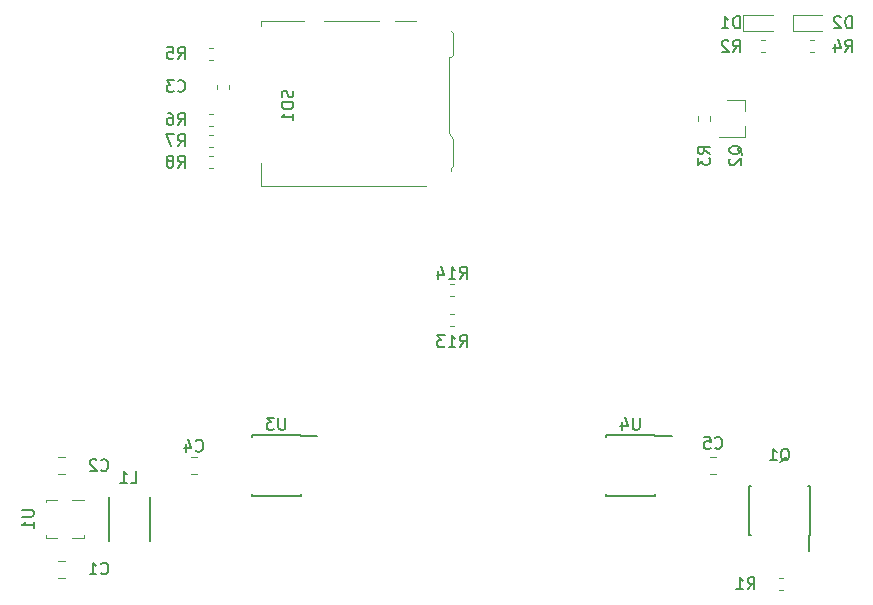
<source format=gbo>
G04 #@! TF.GenerationSoftware,KiCad,Pcbnew,(5.0.0)*
G04 #@! TF.CreationDate,2020-02-21T23:41:42+09:00*
G04 #@! TF.ProjectId,MiniRoverShield,4D696E69526F766572536869656C642E,rev?*
G04 #@! TF.SameCoordinates,Original*
G04 #@! TF.FileFunction,Legend,Bot*
G04 #@! TF.FilePolarity,Positive*
%FSLAX46Y46*%
G04 Gerber Fmt 4.6, Leading zero omitted, Abs format (unit mm)*
G04 Created by KiCad (PCBNEW (5.0.0)) date 02/21/20 23:41:42*
%MOMM*%
%LPD*%
G01*
G04 APERTURE LIST*
%ADD10C,0.120000*%
%ADD11C,0.150000*%
%ADD12C,0.100000*%
%ADD13C,0.950000*%
%ADD14R,0.600000X1.550000*%
%ADD15R,1.550000X0.600000*%
%ADD16C,0.850000*%
%ADD17C,1.150000*%
%ADD18O,2.000000X1.700000*%
%ADD19R,2.000000X1.700000*%
%ADD20R,1.700000X1.700000*%
%ADD21O,1.700000X1.700000*%
%ADD22O,0.990000X0.420000*%
%ADD23R,0.420000X0.420000*%
%ADD24R,0.680000X1.050000*%
%ADD25R,0.280000X0.700000*%
%ADD26R,0.260000X0.500000*%
%ADD27R,1.650000X2.400000*%
%ADD28C,0.600000*%
%ADD29R,0.900000X0.800000*%
%ADD30C,2.000000*%
%ADD31C,1.200000*%
%ADD32R,1.300000X0.900000*%
%ADD33O,2.800000X3.500000*%
%ADD34R,1.200000X0.700000*%
%ADD35R,1.200000X1.000000*%
%ADD36R,0.800000X1.000000*%
%ADD37R,2.800000X1.000000*%
%ADD38R,1.900000X1.300000*%
%ADD39O,3.000000X2.000000*%
%ADD40O,2.200000X1.300000*%
G04 APERTURE END LIST*
D10*
G04 #@! TO.C,C3*
X59060000Y-54501267D02*
X59060000Y-54158733D01*
X58040000Y-54501267D02*
X58040000Y-54158733D01*
D11*
G04 #@! TO.C,Q1*
X108225000Y-92255000D02*
X108175000Y-92255000D01*
X108225000Y-88105000D02*
X108080000Y-88105000D01*
X103075000Y-88105000D02*
X103220000Y-88105000D01*
X103075000Y-92255000D02*
X103220000Y-92255000D01*
X108225000Y-92255000D02*
X108225000Y-88105000D01*
X103075000Y-92255000D02*
X103075000Y-88105000D01*
X108175000Y-92255000D02*
X108175000Y-93655000D01*
G04 #@! TO.C,U4*
X95125000Y-83905000D02*
X96525000Y-83905000D01*
X95125000Y-89005000D02*
X90975000Y-89005000D01*
X95125000Y-83855000D02*
X90975000Y-83855000D01*
X95125000Y-89005000D02*
X95125000Y-88860000D01*
X90975000Y-89005000D02*
X90975000Y-88860000D01*
X90975000Y-83855000D02*
X90975000Y-84000000D01*
X95125000Y-83855000D02*
X95125000Y-83905000D01*
G04 #@! TO.C,U3*
X65125000Y-83855000D02*
X65125000Y-83905000D01*
X60975000Y-83855000D02*
X60975000Y-84000000D01*
X60975000Y-89005000D02*
X60975000Y-88860000D01*
X65125000Y-89005000D02*
X65125000Y-88860000D01*
X65125000Y-83855000D02*
X60975000Y-83855000D01*
X65125000Y-89005000D02*
X60975000Y-89005000D01*
X65125000Y-83905000D02*
X66525000Y-83905000D01*
D10*
G04 #@! TO.C,D2*
X106802500Y-48245000D02*
X109287500Y-48245000D01*
X106802500Y-49615000D02*
X106802500Y-48245000D01*
X109287500Y-49615000D02*
X106802500Y-49615000D01*
G04 #@! TO.C,D1*
X105100000Y-49615000D02*
X102615000Y-49615000D01*
X102615000Y-49615000D02*
X102615000Y-48245000D01*
X102615000Y-48245000D02*
X105100000Y-48245000D01*
G04 #@! TO.C,C1*
X44613748Y-94520000D02*
X45136252Y-94520000D01*
X44613748Y-95940000D02*
X45136252Y-95940000D01*
G04 #@! TO.C,C2*
X45136252Y-85670000D02*
X44613748Y-85670000D01*
X45136252Y-87090000D02*
X44613748Y-87090000D01*
G04 #@! TO.C,C4*
X56336252Y-87140000D02*
X55813748Y-87140000D01*
X56336252Y-85720000D02*
X55813748Y-85720000D01*
G04 #@! TO.C,C5*
X99788748Y-87140000D02*
X100311252Y-87140000D01*
X99788748Y-85720000D02*
X100311252Y-85720000D01*
G04 #@! TO.C,U1*
X44500000Y-92555000D02*
X43525000Y-92555000D01*
X46775000Y-89305000D02*
X45800000Y-89305000D01*
X44500000Y-89305000D02*
X43525000Y-89305000D01*
X46775000Y-92555000D02*
X45800000Y-92555000D01*
X43525000Y-89530000D02*
X43525000Y-89305000D01*
X43525000Y-92330000D02*
X43525000Y-92555000D01*
X46775000Y-92555000D02*
X46775000Y-92330000D01*
G04 #@! TO.C,Q2*
X102710000Y-55450000D02*
X102710000Y-56380000D01*
X102710000Y-58610000D02*
X102710000Y-57680000D01*
X102710000Y-58610000D02*
X100550000Y-58610000D01*
X102710000Y-55450000D02*
X101250000Y-55450000D01*
G04 #@! TO.C,R3*
X98740000Y-57201267D02*
X98740000Y-56858733D01*
X99760000Y-57201267D02*
X99760000Y-56858733D01*
G04 #@! TO.C,R14*
X77778733Y-72040000D02*
X78121267Y-72040000D01*
X77778733Y-71020000D02*
X78121267Y-71020000D01*
G04 #@! TO.C,R13*
X78121267Y-74640000D02*
X77778733Y-74640000D01*
X78121267Y-73620000D02*
X77778733Y-73620000D01*
G04 #@! TO.C,R5*
X57378733Y-52040000D02*
X57721267Y-52040000D01*
X57378733Y-51020000D02*
X57721267Y-51020000D01*
G04 #@! TO.C,R8*
X57378733Y-60220000D02*
X57721267Y-60220000D01*
X57378733Y-61240000D02*
X57721267Y-61240000D01*
G04 #@! TO.C,R4*
X108253733Y-51440000D02*
X108596267Y-51440000D01*
X108253733Y-50420000D02*
X108596267Y-50420000D01*
G04 #@! TO.C,R2*
X104128733Y-50420000D02*
X104471267Y-50420000D01*
X104128733Y-51440000D02*
X104471267Y-51440000D01*
G04 #@! TO.C,R1*
X105628733Y-96940000D02*
X105971267Y-96940000D01*
X105628733Y-95920000D02*
X105971267Y-95920000D01*
G04 #@! TO.C,R7*
X57378733Y-58420000D02*
X57721267Y-58420000D01*
X57378733Y-59440000D02*
X57721267Y-59440000D01*
G04 #@! TO.C,R6*
X57378733Y-57640000D02*
X57721267Y-57640000D01*
X57378733Y-56620000D02*
X57721267Y-56620000D01*
D11*
G04 #@! TO.C,L1*
X52400000Y-92780000D02*
X52400000Y-89080000D01*
X48900000Y-89080000D02*
X48900000Y-92780000D01*
D10*
G04 #@! TO.C,SD1*
X78035000Y-58735000D02*
X77685000Y-58225000D01*
X77835000Y-61245000D02*
X77835000Y-61505000D01*
X78035000Y-61045000D02*
X77835000Y-61245000D01*
X78035000Y-51645000D02*
X77835000Y-51855000D01*
X77685000Y-51855000D02*
X77835000Y-51855000D01*
X77685000Y-51855000D02*
X77685000Y-58225000D01*
X73075000Y-48755000D02*
X74875000Y-48755000D01*
X67075000Y-48755000D02*
X71775000Y-48755000D01*
X78035000Y-49785000D02*
X77835000Y-49585000D01*
X78035000Y-49785000D02*
X78035000Y-51645000D01*
X78035000Y-61045000D02*
X78035000Y-58735000D01*
X61765000Y-48755000D02*
X65375000Y-48755000D01*
X61765000Y-49205000D02*
X61765000Y-48755000D01*
X61765000Y-62725000D02*
X75775000Y-62725000D01*
X61765000Y-60805000D02*
X61765000Y-62725000D01*
G04 #@! TO.C,C3*
D11*
X54716666Y-54687142D02*
X54764285Y-54734761D01*
X54907142Y-54782380D01*
X55002380Y-54782380D01*
X55145238Y-54734761D01*
X55240476Y-54639523D01*
X55288095Y-54544285D01*
X55335714Y-54353809D01*
X55335714Y-54210952D01*
X55288095Y-54020476D01*
X55240476Y-53925238D01*
X55145238Y-53830000D01*
X55002380Y-53782380D01*
X54907142Y-53782380D01*
X54764285Y-53830000D01*
X54716666Y-53877619D01*
X54383333Y-53782380D02*
X53764285Y-53782380D01*
X54097619Y-54163333D01*
X53954761Y-54163333D01*
X53859523Y-54210952D01*
X53811904Y-54258571D01*
X53764285Y-54353809D01*
X53764285Y-54591904D01*
X53811904Y-54687142D01*
X53859523Y-54734761D01*
X53954761Y-54782380D01*
X54240476Y-54782380D01*
X54335714Y-54734761D01*
X54383333Y-54687142D01*
G04 #@! TO.C,Q1*
X105745238Y-86077619D02*
X105840476Y-86030000D01*
X105935714Y-85934761D01*
X106078571Y-85791904D01*
X106173809Y-85744285D01*
X106269047Y-85744285D01*
X106221428Y-85982380D02*
X106316666Y-85934761D01*
X106411904Y-85839523D01*
X106459523Y-85649047D01*
X106459523Y-85315714D01*
X106411904Y-85125238D01*
X106316666Y-85030000D01*
X106221428Y-84982380D01*
X106030952Y-84982380D01*
X105935714Y-85030000D01*
X105840476Y-85125238D01*
X105792857Y-85315714D01*
X105792857Y-85649047D01*
X105840476Y-85839523D01*
X105935714Y-85934761D01*
X106030952Y-85982380D01*
X106221428Y-85982380D01*
X104840476Y-85982380D02*
X105411904Y-85982380D01*
X105126190Y-85982380D02*
X105126190Y-84982380D01*
X105221428Y-85125238D01*
X105316666Y-85220476D01*
X105411904Y-85268095D01*
G04 #@! TO.C,U4*
X93811904Y-82382380D02*
X93811904Y-83191904D01*
X93764285Y-83287142D01*
X93716666Y-83334761D01*
X93621428Y-83382380D01*
X93430952Y-83382380D01*
X93335714Y-83334761D01*
X93288095Y-83287142D01*
X93240476Y-83191904D01*
X93240476Y-82382380D01*
X92335714Y-82715714D02*
X92335714Y-83382380D01*
X92573809Y-82334761D02*
X92811904Y-83049047D01*
X92192857Y-83049047D01*
G04 #@! TO.C,U3*
X63811904Y-82382380D02*
X63811904Y-83191904D01*
X63764285Y-83287142D01*
X63716666Y-83334761D01*
X63621428Y-83382380D01*
X63430952Y-83382380D01*
X63335714Y-83334761D01*
X63288095Y-83287142D01*
X63240476Y-83191904D01*
X63240476Y-82382380D01*
X62859523Y-82382380D02*
X62240476Y-82382380D01*
X62573809Y-82763333D01*
X62430952Y-82763333D01*
X62335714Y-82810952D01*
X62288095Y-82858571D01*
X62240476Y-82953809D01*
X62240476Y-83191904D01*
X62288095Y-83287142D01*
X62335714Y-83334761D01*
X62430952Y-83382380D01*
X62716666Y-83382380D01*
X62811904Y-83334761D01*
X62859523Y-83287142D01*
G04 #@! TO.C,D2*
X111788095Y-49382380D02*
X111788095Y-48382380D01*
X111550000Y-48382380D01*
X111407142Y-48430000D01*
X111311904Y-48525238D01*
X111264285Y-48620476D01*
X111216666Y-48810952D01*
X111216666Y-48953809D01*
X111264285Y-49144285D01*
X111311904Y-49239523D01*
X111407142Y-49334761D01*
X111550000Y-49382380D01*
X111788095Y-49382380D01*
X110835714Y-48477619D02*
X110788095Y-48430000D01*
X110692857Y-48382380D01*
X110454761Y-48382380D01*
X110359523Y-48430000D01*
X110311904Y-48477619D01*
X110264285Y-48572857D01*
X110264285Y-48668095D01*
X110311904Y-48810952D01*
X110883333Y-49382380D01*
X110264285Y-49382380D01*
G04 #@! TO.C,D1*
X102288095Y-49382380D02*
X102288095Y-48382380D01*
X102050000Y-48382380D01*
X101907142Y-48430000D01*
X101811904Y-48525238D01*
X101764285Y-48620476D01*
X101716666Y-48810952D01*
X101716666Y-48953809D01*
X101764285Y-49144285D01*
X101811904Y-49239523D01*
X101907142Y-49334761D01*
X102050000Y-49382380D01*
X102288095Y-49382380D01*
X100764285Y-49382380D02*
X101335714Y-49382380D01*
X101050000Y-49382380D02*
X101050000Y-48382380D01*
X101145238Y-48525238D01*
X101240476Y-48620476D01*
X101335714Y-48668095D01*
G04 #@! TO.C,C1*
X48216666Y-95537142D02*
X48264285Y-95584761D01*
X48407142Y-95632380D01*
X48502380Y-95632380D01*
X48645238Y-95584761D01*
X48740476Y-95489523D01*
X48788095Y-95394285D01*
X48835714Y-95203809D01*
X48835714Y-95060952D01*
X48788095Y-94870476D01*
X48740476Y-94775238D01*
X48645238Y-94680000D01*
X48502380Y-94632380D01*
X48407142Y-94632380D01*
X48264285Y-94680000D01*
X48216666Y-94727619D01*
X47264285Y-95632380D02*
X47835714Y-95632380D01*
X47550000Y-95632380D02*
X47550000Y-94632380D01*
X47645238Y-94775238D01*
X47740476Y-94870476D01*
X47835714Y-94918095D01*
G04 #@! TO.C,C2*
X48216666Y-86787142D02*
X48264285Y-86834761D01*
X48407142Y-86882380D01*
X48502380Y-86882380D01*
X48645238Y-86834761D01*
X48740476Y-86739523D01*
X48788095Y-86644285D01*
X48835714Y-86453809D01*
X48835714Y-86310952D01*
X48788095Y-86120476D01*
X48740476Y-86025238D01*
X48645238Y-85930000D01*
X48502380Y-85882380D01*
X48407142Y-85882380D01*
X48264285Y-85930000D01*
X48216666Y-85977619D01*
X47835714Y-85977619D02*
X47788095Y-85930000D01*
X47692857Y-85882380D01*
X47454761Y-85882380D01*
X47359523Y-85930000D01*
X47311904Y-85977619D01*
X47264285Y-86072857D01*
X47264285Y-86168095D01*
X47311904Y-86310952D01*
X47883333Y-86882380D01*
X47264285Y-86882380D01*
G04 #@! TO.C,C4*
X56241666Y-85137142D02*
X56289285Y-85184761D01*
X56432142Y-85232380D01*
X56527380Y-85232380D01*
X56670238Y-85184761D01*
X56765476Y-85089523D01*
X56813095Y-84994285D01*
X56860714Y-84803809D01*
X56860714Y-84660952D01*
X56813095Y-84470476D01*
X56765476Y-84375238D01*
X56670238Y-84280000D01*
X56527380Y-84232380D01*
X56432142Y-84232380D01*
X56289285Y-84280000D01*
X56241666Y-84327619D01*
X55384523Y-84565714D02*
X55384523Y-85232380D01*
X55622619Y-84184761D02*
X55860714Y-84899047D01*
X55241666Y-84899047D01*
G04 #@! TO.C,C5*
X100216666Y-84887142D02*
X100264285Y-84934761D01*
X100407142Y-84982380D01*
X100502380Y-84982380D01*
X100645238Y-84934761D01*
X100740476Y-84839523D01*
X100788095Y-84744285D01*
X100835714Y-84553809D01*
X100835714Y-84410952D01*
X100788095Y-84220476D01*
X100740476Y-84125238D01*
X100645238Y-84030000D01*
X100502380Y-83982380D01*
X100407142Y-83982380D01*
X100264285Y-84030000D01*
X100216666Y-84077619D01*
X99311904Y-83982380D02*
X99788095Y-83982380D01*
X99835714Y-84458571D01*
X99788095Y-84410952D01*
X99692857Y-84363333D01*
X99454761Y-84363333D01*
X99359523Y-84410952D01*
X99311904Y-84458571D01*
X99264285Y-84553809D01*
X99264285Y-84791904D01*
X99311904Y-84887142D01*
X99359523Y-84934761D01*
X99454761Y-84982380D01*
X99692857Y-84982380D01*
X99788095Y-84934761D01*
X99835714Y-84887142D01*
G04 #@! TO.C,U1*
X41502380Y-90168095D02*
X42311904Y-90168095D01*
X42407142Y-90215714D01*
X42454761Y-90263333D01*
X42502380Y-90358571D01*
X42502380Y-90549047D01*
X42454761Y-90644285D01*
X42407142Y-90691904D01*
X42311904Y-90739523D01*
X41502380Y-90739523D01*
X42502380Y-91739523D02*
X42502380Y-91168095D01*
X42502380Y-91453809D02*
X41502380Y-91453809D01*
X41645238Y-91358571D01*
X41740476Y-91263333D01*
X41788095Y-91168095D01*
G04 #@! TO.C,Q2*
X102497619Y-60084761D02*
X102450000Y-59989523D01*
X102354761Y-59894285D01*
X102211904Y-59751428D01*
X102164285Y-59656190D01*
X102164285Y-59560952D01*
X102402380Y-59608571D02*
X102354761Y-59513333D01*
X102259523Y-59418095D01*
X102069047Y-59370476D01*
X101735714Y-59370476D01*
X101545238Y-59418095D01*
X101450000Y-59513333D01*
X101402380Y-59608571D01*
X101402380Y-59799047D01*
X101450000Y-59894285D01*
X101545238Y-59989523D01*
X101735714Y-60037142D01*
X102069047Y-60037142D01*
X102259523Y-59989523D01*
X102354761Y-59894285D01*
X102402380Y-59799047D01*
X102402380Y-59608571D01*
X101497619Y-60418095D02*
X101450000Y-60465714D01*
X101402380Y-60560952D01*
X101402380Y-60799047D01*
X101450000Y-60894285D01*
X101497619Y-60941904D01*
X101592857Y-60989523D01*
X101688095Y-60989523D01*
X101830952Y-60941904D01*
X102402380Y-60370476D01*
X102402380Y-60989523D01*
G04 #@! TO.C,R3*
X99752380Y-60013333D02*
X99276190Y-59680000D01*
X99752380Y-59441904D02*
X98752380Y-59441904D01*
X98752380Y-59822857D01*
X98800000Y-59918095D01*
X98847619Y-59965714D01*
X98942857Y-60013333D01*
X99085714Y-60013333D01*
X99180952Y-59965714D01*
X99228571Y-59918095D01*
X99276190Y-59822857D01*
X99276190Y-59441904D01*
X98752380Y-60346666D02*
X98752380Y-60965714D01*
X99133333Y-60632380D01*
X99133333Y-60775238D01*
X99180952Y-60870476D01*
X99228571Y-60918095D01*
X99323809Y-60965714D01*
X99561904Y-60965714D01*
X99657142Y-60918095D01*
X99704761Y-60870476D01*
X99752380Y-60775238D01*
X99752380Y-60489523D01*
X99704761Y-60394285D01*
X99657142Y-60346666D01*
G04 #@! TO.C,R14*
X78592857Y-70582380D02*
X78926190Y-70106190D01*
X79164285Y-70582380D02*
X79164285Y-69582380D01*
X78783333Y-69582380D01*
X78688095Y-69630000D01*
X78640476Y-69677619D01*
X78592857Y-69772857D01*
X78592857Y-69915714D01*
X78640476Y-70010952D01*
X78688095Y-70058571D01*
X78783333Y-70106190D01*
X79164285Y-70106190D01*
X77640476Y-70582380D02*
X78211904Y-70582380D01*
X77926190Y-70582380D02*
X77926190Y-69582380D01*
X78021428Y-69725238D01*
X78116666Y-69820476D01*
X78211904Y-69868095D01*
X76783333Y-69915714D02*
X76783333Y-70582380D01*
X77021428Y-69534761D02*
X77259523Y-70249047D01*
X76640476Y-70249047D01*
G04 #@! TO.C,R13*
X78592857Y-76382380D02*
X78926190Y-75906190D01*
X79164285Y-76382380D02*
X79164285Y-75382380D01*
X78783333Y-75382380D01*
X78688095Y-75430000D01*
X78640476Y-75477619D01*
X78592857Y-75572857D01*
X78592857Y-75715714D01*
X78640476Y-75810952D01*
X78688095Y-75858571D01*
X78783333Y-75906190D01*
X79164285Y-75906190D01*
X77640476Y-76382380D02*
X78211904Y-76382380D01*
X77926190Y-76382380D02*
X77926190Y-75382380D01*
X78021428Y-75525238D01*
X78116666Y-75620476D01*
X78211904Y-75668095D01*
X77307142Y-75382380D02*
X76688095Y-75382380D01*
X77021428Y-75763333D01*
X76878571Y-75763333D01*
X76783333Y-75810952D01*
X76735714Y-75858571D01*
X76688095Y-75953809D01*
X76688095Y-76191904D01*
X76735714Y-76287142D01*
X76783333Y-76334761D01*
X76878571Y-76382380D01*
X77164285Y-76382380D01*
X77259523Y-76334761D01*
X77307142Y-76287142D01*
G04 #@! TO.C,R5*
X54716666Y-51982380D02*
X55050000Y-51506190D01*
X55288095Y-51982380D02*
X55288095Y-50982380D01*
X54907142Y-50982380D01*
X54811904Y-51030000D01*
X54764285Y-51077619D01*
X54716666Y-51172857D01*
X54716666Y-51315714D01*
X54764285Y-51410952D01*
X54811904Y-51458571D01*
X54907142Y-51506190D01*
X55288095Y-51506190D01*
X53811904Y-50982380D02*
X54288095Y-50982380D01*
X54335714Y-51458571D01*
X54288095Y-51410952D01*
X54192857Y-51363333D01*
X53954761Y-51363333D01*
X53859523Y-51410952D01*
X53811904Y-51458571D01*
X53764285Y-51553809D01*
X53764285Y-51791904D01*
X53811904Y-51887142D01*
X53859523Y-51934761D01*
X53954761Y-51982380D01*
X54192857Y-51982380D01*
X54288095Y-51934761D01*
X54335714Y-51887142D01*
G04 #@! TO.C,R8*
X54716666Y-61182380D02*
X55050000Y-60706190D01*
X55288095Y-61182380D02*
X55288095Y-60182380D01*
X54907142Y-60182380D01*
X54811904Y-60230000D01*
X54764285Y-60277619D01*
X54716666Y-60372857D01*
X54716666Y-60515714D01*
X54764285Y-60610952D01*
X54811904Y-60658571D01*
X54907142Y-60706190D01*
X55288095Y-60706190D01*
X54145238Y-60610952D02*
X54240476Y-60563333D01*
X54288095Y-60515714D01*
X54335714Y-60420476D01*
X54335714Y-60372857D01*
X54288095Y-60277619D01*
X54240476Y-60230000D01*
X54145238Y-60182380D01*
X53954761Y-60182380D01*
X53859523Y-60230000D01*
X53811904Y-60277619D01*
X53764285Y-60372857D01*
X53764285Y-60420476D01*
X53811904Y-60515714D01*
X53859523Y-60563333D01*
X53954761Y-60610952D01*
X54145238Y-60610952D01*
X54240476Y-60658571D01*
X54288095Y-60706190D01*
X54335714Y-60801428D01*
X54335714Y-60991904D01*
X54288095Y-61087142D01*
X54240476Y-61134761D01*
X54145238Y-61182380D01*
X53954761Y-61182380D01*
X53859523Y-61134761D01*
X53811904Y-61087142D01*
X53764285Y-60991904D01*
X53764285Y-60801428D01*
X53811904Y-60706190D01*
X53859523Y-60658571D01*
X53954761Y-60610952D01*
G04 #@! TO.C,R4*
X111216666Y-51382380D02*
X111550000Y-50906190D01*
X111788095Y-51382380D02*
X111788095Y-50382380D01*
X111407142Y-50382380D01*
X111311904Y-50430000D01*
X111264285Y-50477619D01*
X111216666Y-50572857D01*
X111216666Y-50715714D01*
X111264285Y-50810952D01*
X111311904Y-50858571D01*
X111407142Y-50906190D01*
X111788095Y-50906190D01*
X110359523Y-50715714D02*
X110359523Y-51382380D01*
X110597619Y-50334761D02*
X110835714Y-51049047D01*
X110216666Y-51049047D01*
G04 #@! TO.C,R2*
X101716666Y-51382380D02*
X102050000Y-50906190D01*
X102288095Y-51382380D02*
X102288095Y-50382380D01*
X101907142Y-50382380D01*
X101811904Y-50430000D01*
X101764285Y-50477619D01*
X101716666Y-50572857D01*
X101716666Y-50715714D01*
X101764285Y-50810952D01*
X101811904Y-50858571D01*
X101907142Y-50906190D01*
X102288095Y-50906190D01*
X101335714Y-50477619D02*
X101288095Y-50430000D01*
X101192857Y-50382380D01*
X100954761Y-50382380D01*
X100859523Y-50430000D01*
X100811904Y-50477619D01*
X100764285Y-50572857D01*
X100764285Y-50668095D01*
X100811904Y-50810952D01*
X101383333Y-51382380D01*
X100764285Y-51382380D01*
G04 #@! TO.C,R1*
X102966666Y-96882380D02*
X103300000Y-96406190D01*
X103538095Y-96882380D02*
X103538095Y-95882380D01*
X103157142Y-95882380D01*
X103061904Y-95930000D01*
X103014285Y-95977619D01*
X102966666Y-96072857D01*
X102966666Y-96215714D01*
X103014285Y-96310952D01*
X103061904Y-96358571D01*
X103157142Y-96406190D01*
X103538095Y-96406190D01*
X102014285Y-96882380D02*
X102585714Y-96882380D01*
X102300000Y-96882380D02*
X102300000Y-95882380D01*
X102395238Y-96025238D01*
X102490476Y-96120476D01*
X102585714Y-96168095D01*
G04 #@! TO.C,R7*
X54716666Y-59382380D02*
X55050000Y-58906190D01*
X55288095Y-59382380D02*
X55288095Y-58382380D01*
X54907142Y-58382380D01*
X54811904Y-58430000D01*
X54764285Y-58477619D01*
X54716666Y-58572857D01*
X54716666Y-58715714D01*
X54764285Y-58810952D01*
X54811904Y-58858571D01*
X54907142Y-58906190D01*
X55288095Y-58906190D01*
X54383333Y-58382380D02*
X53716666Y-58382380D01*
X54145238Y-59382380D01*
G04 #@! TO.C,R6*
X54716666Y-57582380D02*
X55050000Y-57106190D01*
X55288095Y-57582380D02*
X55288095Y-56582380D01*
X54907142Y-56582380D01*
X54811904Y-56630000D01*
X54764285Y-56677619D01*
X54716666Y-56772857D01*
X54716666Y-56915714D01*
X54764285Y-57010952D01*
X54811904Y-57058571D01*
X54907142Y-57106190D01*
X55288095Y-57106190D01*
X53859523Y-56582380D02*
X54050000Y-56582380D01*
X54145238Y-56630000D01*
X54192857Y-56677619D01*
X54288095Y-56820476D01*
X54335714Y-57010952D01*
X54335714Y-57391904D01*
X54288095Y-57487142D01*
X54240476Y-57534761D01*
X54145238Y-57582380D01*
X53954761Y-57582380D01*
X53859523Y-57534761D01*
X53811904Y-57487142D01*
X53764285Y-57391904D01*
X53764285Y-57153809D01*
X53811904Y-57058571D01*
X53859523Y-57010952D01*
X53954761Y-56963333D01*
X54145238Y-56963333D01*
X54240476Y-57010952D01*
X54288095Y-57058571D01*
X54335714Y-57153809D01*
G04 #@! TO.C,L1*
X50716666Y-87882380D02*
X51192857Y-87882380D01*
X51192857Y-86882380D01*
X49859523Y-87882380D02*
X50430952Y-87882380D01*
X50145238Y-87882380D02*
X50145238Y-86882380D01*
X50240476Y-87025238D01*
X50335714Y-87120476D01*
X50430952Y-87168095D01*
G04 #@! TO.C,SD1*
X64454761Y-54668095D02*
X64502380Y-54810952D01*
X64502380Y-55049047D01*
X64454761Y-55144285D01*
X64407142Y-55191904D01*
X64311904Y-55239523D01*
X64216666Y-55239523D01*
X64121428Y-55191904D01*
X64073809Y-55144285D01*
X64026190Y-55049047D01*
X63978571Y-54858571D01*
X63930952Y-54763333D01*
X63883333Y-54715714D01*
X63788095Y-54668095D01*
X63692857Y-54668095D01*
X63597619Y-54715714D01*
X63550000Y-54763333D01*
X63502380Y-54858571D01*
X63502380Y-55096666D01*
X63550000Y-55239523D01*
X64502380Y-55668095D02*
X63502380Y-55668095D01*
X63502380Y-55906190D01*
X63550000Y-56049047D01*
X63645238Y-56144285D01*
X63740476Y-56191904D01*
X63930952Y-56239523D01*
X64073809Y-56239523D01*
X64264285Y-56191904D01*
X64359523Y-56144285D01*
X64454761Y-56049047D01*
X64502380Y-55906190D01*
X64502380Y-55668095D01*
X64502380Y-57191904D02*
X64502380Y-56620476D01*
X64502380Y-56906190D02*
X63502380Y-56906190D01*
X63645238Y-56810952D01*
X63740476Y-56715714D01*
X63788095Y-56620476D01*
G04 #@! TD*
%LPC*%
D12*
G04 #@! TO.C,C3*
G36*
X58810779Y-54681144D02*
X58833834Y-54684563D01*
X58856443Y-54690227D01*
X58878387Y-54698079D01*
X58899457Y-54708044D01*
X58919448Y-54720026D01*
X58938168Y-54733910D01*
X58955438Y-54749562D01*
X58971090Y-54766832D01*
X58984974Y-54785552D01*
X58996956Y-54805543D01*
X59006921Y-54826613D01*
X59014773Y-54848557D01*
X59020437Y-54871166D01*
X59023856Y-54894221D01*
X59025000Y-54917500D01*
X59025000Y-55492500D01*
X59023856Y-55515779D01*
X59020437Y-55538834D01*
X59014773Y-55561443D01*
X59006921Y-55583387D01*
X58996956Y-55604457D01*
X58984974Y-55624448D01*
X58971090Y-55643168D01*
X58955438Y-55660438D01*
X58938168Y-55676090D01*
X58919448Y-55689974D01*
X58899457Y-55701956D01*
X58878387Y-55711921D01*
X58856443Y-55719773D01*
X58833834Y-55725437D01*
X58810779Y-55728856D01*
X58787500Y-55730000D01*
X58312500Y-55730000D01*
X58289221Y-55728856D01*
X58266166Y-55725437D01*
X58243557Y-55719773D01*
X58221613Y-55711921D01*
X58200543Y-55701956D01*
X58180552Y-55689974D01*
X58161832Y-55676090D01*
X58144562Y-55660438D01*
X58128910Y-55643168D01*
X58115026Y-55624448D01*
X58103044Y-55604457D01*
X58093079Y-55583387D01*
X58085227Y-55561443D01*
X58079563Y-55538834D01*
X58076144Y-55515779D01*
X58075000Y-55492500D01*
X58075000Y-54917500D01*
X58076144Y-54894221D01*
X58079563Y-54871166D01*
X58085227Y-54848557D01*
X58093079Y-54826613D01*
X58103044Y-54805543D01*
X58115026Y-54785552D01*
X58128910Y-54766832D01*
X58144562Y-54749562D01*
X58161832Y-54733910D01*
X58180552Y-54720026D01*
X58200543Y-54708044D01*
X58221613Y-54698079D01*
X58243557Y-54690227D01*
X58266166Y-54684563D01*
X58289221Y-54681144D01*
X58312500Y-54680000D01*
X58787500Y-54680000D01*
X58810779Y-54681144D01*
X58810779Y-54681144D01*
G37*
D13*
X58550000Y-55205000D03*
D12*
G36*
X58810779Y-52931144D02*
X58833834Y-52934563D01*
X58856443Y-52940227D01*
X58878387Y-52948079D01*
X58899457Y-52958044D01*
X58919448Y-52970026D01*
X58938168Y-52983910D01*
X58955438Y-52999562D01*
X58971090Y-53016832D01*
X58984974Y-53035552D01*
X58996956Y-53055543D01*
X59006921Y-53076613D01*
X59014773Y-53098557D01*
X59020437Y-53121166D01*
X59023856Y-53144221D01*
X59025000Y-53167500D01*
X59025000Y-53742500D01*
X59023856Y-53765779D01*
X59020437Y-53788834D01*
X59014773Y-53811443D01*
X59006921Y-53833387D01*
X58996956Y-53854457D01*
X58984974Y-53874448D01*
X58971090Y-53893168D01*
X58955438Y-53910438D01*
X58938168Y-53926090D01*
X58919448Y-53939974D01*
X58899457Y-53951956D01*
X58878387Y-53961921D01*
X58856443Y-53969773D01*
X58833834Y-53975437D01*
X58810779Y-53978856D01*
X58787500Y-53980000D01*
X58312500Y-53980000D01*
X58289221Y-53978856D01*
X58266166Y-53975437D01*
X58243557Y-53969773D01*
X58221613Y-53961921D01*
X58200543Y-53951956D01*
X58180552Y-53939974D01*
X58161832Y-53926090D01*
X58144562Y-53910438D01*
X58128910Y-53893168D01*
X58115026Y-53874448D01*
X58103044Y-53854457D01*
X58093079Y-53833387D01*
X58085227Y-53811443D01*
X58079563Y-53788834D01*
X58076144Y-53765779D01*
X58075000Y-53742500D01*
X58075000Y-53167500D01*
X58076144Y-53144221D01*
X58079563Y-53121166D01*
X58085227Y-53098557D01*
X58093079Y-53076613D01*
X58103044Y-53055543D01*
X58115026Y-53035552D01*
X58128910Y-53016832D01*
X58144562Y-52999562D01*
X58161832Y-52983910D01*
X58180552Y-52970026D01*
X58200543Y-52958044D01*
X58221613Y-52948079D01*
X58243557Y-52940227D01*
X58266166Y-52934563D01*
X58289221Y-52931144D01*
X58312500Y-52930000D01*
X58787500Y-52930000D01*
X58810779Y-52931144D01*
X58810779Y-52931144D01*
G37*
D13*
X58550000Y-53455000D03*
G04 #@! TD*
D14*
G04 #@! TO.C,Q1*
X107555000Y-92880000D03*
X106285000Y-92880000D03*
X105015000Y-92880000D03*
X103745000Y-92880000D03*
X103745000Y-87480000D03*
X105015000Y-87480000D03*
X106285000Y-87480000D03*
X107555000Y-87480000D03*
G04 #@! TD*
D15*
G04 #@! TO.C,U4*
X90350000Y-84525000D03*
X90350000Y-85795000D03*
X90350000Y-87065000D03*
X90350000Y-88335000D03*
X95750000Y-88335000D03*
X95750000Y-87065000D03*
X95750000Y-85795000D03*
X95750000Y-84525000D03*
G04 #@! TD*
G04 #@! TO.C,U3*
X65750000Y-84525000D03*
X65750000Y-85795000D03*
X65750000Y-87065000D03*
X65750000Y-88335000D03*
X60350000Y-88335000D03*
X60350000Y-87065000D03*
X60350000Y-85795000D03*
X60350000Y-84525000D03*
G04 #@! TD*
D12*
G04 #@! TO.C,D2*
G36*
X109720829Y-48506023D02*
X109741457Y-48509083D01*
X109761685Y-48514150D01*
X109781320Y-48521176D01*
X109800172Y-48530092D01*
X109818059Y-48540813D01*
X109834809Y-48553235D01*
X109850260Y-48567240D01*
X109864265Y-48582691D01*
X109876687Y-48599441D01*
X109887408Y-48617328D01*
X109896324Y-48636180D01*
X109903350Y-48655815D01*
X109908417Y-48676043D01*
X109911477Y-48696671D01*
X109912500Y-48717500D01*
X109912500Y-49142500D01*
X109911477Y-49163329D01*
X109908417Y-49183957D01*
X109903350Y-49204185D01*
X109896324Y-49223820D01*
X109887408Y-49242672D01*
X109876687Y-49260559D01*
X109864265Y-49277309D01*
X109850260Y-49292760D01*
X109834809Y-49306765D01*
X109818059Y-49319187D01*
X109800172Y-49329908D01*
X109781320Y-49338824D01*
X109761685Y-49345850D01*
X109741457Y-49350917D01*
X109720829Y-49353977D01*
X109700000Y-49355000D01*
X108900000Y-49355000D01*
X108879171Y-49353977D01*
X108858543Y-49350917D01*
X108838315Y-49345850D01*
X108818680Y-49338824D01*
X108799828Y-49329908D01*
X108781941Y-49319187D01*
X108765191Y-49306765D01*
X108749740Y-49292760D01*
X108735735Y-49277309D01*
X108723313Y-49260559D01*
X108712592Y-49242672D01*
X108703676Y-49223820D01*
X108696650Y-49204185D01*
X108691583Y-49183957D01*
X108688523Y-49163329D01*
X108687500Y-49142500D01*
X108687500Y-48717500D01*
X108688523Y-48696671D01*
X108691583Y-48676043D01*
X108696650Y-48655815D01*
X108703676Y-48636180D01*
X108712592Y-48617328D01*
X108723313Y-48599441D01*
X108735735Y-48582691D01*
X108749740Y-48567240D01*
X108765191Y-48553235D01*
X108781941Y-48540813D01*
X108799828Y-48530092D01*
X108818680Y-48521176D01*
X108838315Y-48514150D01*
X108858543Y-48509083D01*
X108879171Y-48506023D01*
X108900000Y-48505000D01*
X109700000Y-48505000D01*
X109720829Y-48506023D01*
X109720829Y-48506023D01*
G37*
D16*
X109300000Y-48930000D03*
D12*
G36*
X108095829Y-48506023D02*
X108116457Y-48509083D01*
X108136685Y-48514150D01*
X108156320Y-48521176D01*
X108175172Y-48530092D01*
X108193059Y-48540813D01*
X108209809Y-48553235D01*
X108225260Y-48567240D01*
X108239265Y-48582691D01*
X108251687Y-48599441D01*
X108262408Y-48617328D01*
X108271324Y-48636180D01*
X108278350Y-48655815D01*
X108283417Y-48676043D01*
X108286477Y-48696671D01*
X108287500Y-48717500D01*
X108287500Y-49142500D01*
X108286477Y-49163329D01*
X108283417Y-49183957D01*
X108278350Y-49204185D01*
X108271324Y-49223820D01*
X108262408Y-49242672D01*
X108251687Y-49260559D01*
X108239265Y-49277309D01*
X108225260Y-49292760D01*
X108209809Y-49306765D01*
X108193059Y-49319187D01*
X108175172Y-49329908D01*
X108156320Y-49338824D01*
X108136685Y-49345850D01*
X108116457Y-49350917D01*
X108095829Y-49353977D01*
X108075000Y-49355000D01*
X107275000Y-49355000D01*
X107254171Y-49353977D01*
X107233543Y-49350917D01*
X107213315Y-49345850D01*
X107193680Y-49338824D01*
X107174828Y-49329908D01*
X107156941Y-49319187D01*
X107140191Y-49306765D01*
X107124740Y-49292760D01*
X107110735Y-49277309D01*
X107098313Y-49260559D01*
X107087592Y-49242672D01*
X107078676Y-49223820D01*
X107071650Y-49204185D01*
X107066583Y-49183957D01*
X107063523Y-49163329D01*
X107062500Y-49142500D01*
X107062500Y-48717500D01*
X107063523Y-48696671D01*
X107066583Y-48676043D01*
X107071650Y-48655815D01*
X107078676Y-48636180D01*
X107087592Y-48617328D01*
X107098313Y-48599441D01*
X107110735Y-48582691D01*
X107124740Y-48567240D01*
X107140191Y-48553235D01*
X107156941Y-48540813D01*
X107174828Y-48530092D01*
X107193680Y-48521176D01*
X107213315Y-48514150D01*
X107233543Y-48509083D01*
X107254171Y-48506023D01*
X107275000Y-48505000D01*
X108075000Y-48505000D01*
X108095829Y-48506023D01*
X108095829Y-48506023D01*
G37*
D16*
X107675000Y-48930000D03*
G04 #@! TD*
D12*
G04 #@! TO.C,D1*
G36*
X103908329Y-48506023D02*
X103928957Y-48509083D01*
X103949185Y-48514150D01*
X103968820Y-48521176D01*
X103987672Y-48530092D01*
X104005559Y-48540813D01*
X104022309Y-48553235D01*
X104037760Y-48567240D01*
X104051765Y-48582691D01*
X104064187Y-48599441D01*
X104074908Y-48617328D01*
X104083824Y-48636180D01*
X104090850Y-48655815D01*
X104095917Y-48676043D01*
X104098977Y-48696671D01*
X104100000Y-48717500D01*
X104100000Y-49142500D01*
X104098977Y-49163329D01*
X104095917Y-49183957D01*
X104090850Y-49204185D01*
X104083824Y-49223820D01*
X104074908Y-49242672D01*
X104064187Y-49260559D01*
X104051765Y-49277309D01*
X104037760Y-49292760D01*
X104022309Y-49306765D01*
X104005559Y-49319187D01*
X103987672Y-49329908D01*
X103968820Y-49338824D01*
X103949185Y-49345850D01*
X103928957Y-49350917D01*
X103908329Y-49353977D01*
X103887500Y-49355000D01*
X103087500Y-49355000D01*
X103066671Y-49353977D01*
X103046043Y-49350917D01*
X103025815Y-49345850D01*
X103006180Y-49338824D01*
X102987328Y-49329908D01*
X102969441Y-49319187D01*
X102952691Y-49306765D01*
X102937240Y-49292760D01*
X102923235Y-49277309D01*
X102910813Y-49260559D01*
X102900092Y-49242672D01*
X102891176Y-49223820D01*
X102884150Y-49204185D01*
X102879083Y-49183957D01*
X102876023Y-49163329D01*
X102875000Y-49142500D01*
X102875000Y-48717500D01*
X102876023Y-48696671D01*
X102879083Y-48676043D01*
X102884150Y-48655815D01*
X102891176Y-48636180D01*
X102900092Y-48617328D01*
X102910813Y-48599441D01*
X102923235Y-48582691D01*
X102937240Y-48567240D01*
X102952691Y-48553235D01*
X102969441Y-48540813D01*
X102987328Y-48530092D01*
X103006180Y-48521176D01*
X103025815Y-48514150D01*
X103046043Y-48509083D01*
X103066671Y-48506023D01*
X103087500Y-48505000D01*
X103887500Y-48505000D01*
X103908329Y-48506023D01*
X103908329Y-48506023D01*
G37*
D16*
X103487500Y-48930000D03*
D12*
G36*
X105533329Y-48506023D02*
X105553957Y-48509083D01*
X105574185Y-48514150D01*
X105593820Y-48521176D01*
X105612672Y-48530092D01*
X105630559Y-48540813D01*
X105647309Y-48553235D01*
X105662760Y-48567240D01*
X105676765Y-48582691D01*
X105689187Y-48599441D01*
X105699908Y-48617328D01*
X105708824Y-48636180D01*
X105715850Y-48655815D01*
X105720917Y-48676043D01*
X105723977Y-48696671D01*
X105725000Y-48717500D01*
X105725000Y-49142500D01*
X105723977Y-49163329D01*
X105720917Y-49183957D01*
X105715850Y-49204185D01*
X105708824Y-49223820D01*
X105699908Y-49242672D01*
X105689187Y-49260559D01*
X105676765Y-49277309D01*
X105662760Y-49292760D01*
X105647309Y-49306765D01*
X105630559Y-49319187D01*
X105612672Y-49329908D01*
X105593820Y-49338824D01*
X105574185Y-49345850D01*
X105553957Y-49350917D01*
X105533329Y-49353977D01*
X105512500Y-49355000D01*
X104712500Y-49355000D01*
X104691671Y-49353977D01*
X104671043Y-49350917D01*
X104650815Y-49345850D01*
X104631180Y-49338824D01*
X104612328Y-49329908D01*
X104594441Y-49319187D01*
X104577691Y-49306765D01*
X104562240Y-49292760D01*
X104548235Y-49277309D01*
X104535813Y-49260559D01*
X104525092Y-49242672D01*
X104516176Y-49223820D01*
X104509150Y-49204185D01*
X104504083Y-49183957D01*
X104501023Y-49163329D01*
X104500000Y-49142500D01*
X104500000Y-48717500D01*
X104501023Y-48696671D01*
X104504083Y-48676043D01*
X104509150Y-48655815D01*
X104516176Y-48636180D01*
X104525092Y-48617328D01*
X104535813Y-48599441D01*
X104548235Y-48582691D01*
X104562240Y-48567240D01*
X104577691Y-48553235D01*
X104594441Y-48540813D01*
X104612328Y-48530092D01*
X104631180Y-48521176D01*
X104650815Y-48514150D01*
X104671043Y-48509083D01*
X104691671Y-48506023D01*
X104712500Y-48505000D01*
X105512500Y-48505000D01*
X105533329Y-48506023D01*
X105533329Y-48506023D01*
G37*
D16*
X105112500Y-48930000D03*
G04 #@! TD*
D12*
G04 #@! TO.C,C1*
G36*
X46249505Y-94531204D02*
X46273773Y-94534804D01*
X46297572Y-94540765D01*
X46320671Y-94549030D01*
X46342850Y-94559520D01*
X46363893Y-94572132D01*
X46383599Y-94586747D01*
X46401777Y-94603223D01*
X46418253Y-94621401D01*
X46432868Y-94641107D01*
X46445480Y-94662150D01*
X46455970Y-94684329D01*
X46464235Y-94707428D01*
X46470196Y-94731227D01*
X46473796Y-94755495D01*
X46475000Y-94779999D01*
X46475000Y-95680001D01*
X46473796Y-95704505D01*
X46470196Y-95728773D01*
X46464235Y-95752572D01*
X46455970Y-95775671D01*
X46445480Y-95797850D01*
X46432868Y-95818893D01*
X46418253Y-95838599D01*
X46401777Y-95856777D01*
X46383599Y-95873253D01*
X46363893Y-95887868D01*
X46342850Y-95900480D01*
X46320671Y-95910970D01*
X46297572Y-95919235D01*
X46273773Y-95925196D01*
X46249505Y-95928796D01*
X46225001Y-95930000D01*
X45574999Y-95930000D01*
X45550495Y-95928796D01*
X45526227Y-95925196D01*
X45502428Y-95919235D01*
X45479329Y-95910970D01*
X45457150Y-95900480D01*
X45436107Y-95887868D01*
X45416401Y-95873253D01*
X45398223Y-95856777D01*
X45381747Y-95838599D01*
X45367132Y-95818893D01*
X45354520Y-95797850D01*
X45344030Y-95775671D01*
X45335765Y-95752572D01*
X45329804Y-95728773D01*
X45326204Y-95704505D01*
X45325000Y-95680001D01*
X45325000Y-94779999D01*
X45326204Y-94755495D01*
X45329804Y-94731227D01*
X45335765Y-94707428D01*
X45344030Y-94684329D01*
X45354520Y-94662150D01*
X45367132Y-94641107D01*
X45381747Y-94621401D01*
X45398223Y-94603223D01*
X45416401Y-94586747D01*
X45436107Y-94572132D01*
X45457150Y-94559520D01*
X45479329Y-94549030D01*
X45502428Y-94540765D01*
X45526227Y-94534804D01*
X45550495Y-94531204D01*
X45574999Y-94530000D01*
X46225001Y-94530000D01*
X46249505Y-94531204D01*
X46249505Y-94531204D01*
G37*
D17*
X45900000Y-95230000D03*
D12*
G36*
X44199505Y-94531204D02*
X44223773Y-94534804D01*
X44247572Y-94540765D01*
X44270671Y-94549030D01*
X44292850Y-94559520D01*
X44313893Y-94572132D01*
X44333599Y-94586747D01*
X44351777Y-94603223D01*
X44368253Y-94621401D01*
X44382868Y-94641107D01*
X44395480Y-94662150D01*
X44405970Y-94684329D01*
X44414235Y-94707428D01*
X44420196Y-94731227D01*
X44423796Y-94755495D01*
X44425000Y-94779999D01*
X44425000Y-95680001D01*
X44423796Y-95704505D01*
X44420196Y-95728773D01*
X44414235Y-95752572D01*
X44405970Y-95775671D01*
X44395480Y-95797850D01*
X44382868Y-95818893D01*
X44368253Y-95838599D01*
X44351777Y-95856777D01*
X44333599Y-95873253D01*
X44313893Y-95887868D01*
X44292850Y-95900480D01*
X44270671Y-95910970D01*
X44247572Y-95919235D01*
X44223773Y-95925196D01*
X44199505Y-95928796D01*
X44175001Y-95930000D01*
X43524999Y-95930000D01*
X43500495Y-95928796D01*
X43476227Y-95925196D01*
X43452428Y-95919235D01*
X43429329Y-95910970D01*
X43407150Y-95900480D01*
X43386107Y-95887868D01*
X43366401Y-95873253D01*
X43348223Y-95856777D01*
X43331747Y-95838599D01*
X43317132Y-95818893D01*
X43304520Y-95797850D01*
X43294030Y-95775671D01*
X43285765Y-95752572D01*
X43279804Y-95728773D01*
X43276204Y-95704505D01*
X43275000Y-95680001D01*
X43275000Y-94779999D01*
X43276204Y-94755495D01*
X43279804Y-94731227D01*
X43285765Y-94707428D01*
X43294030Y-94684329D01*
X43304520Y-94662150D01*
X43317132Y-94641107D01*
X43331747Y-94621401D01*
X43348223Y-94603223D01*
X43366401Y-94586747D01*
X43386107Y-94572132D01*
X43407150Y-94559520D01*
X43429329Y-94549030D01*
X43452428Y-94540765D01*
X43476227Y-94534804D01*
X43500495Y-94531204D01*
X43524999Y-94530000D01*
X44175001Y-94530000D01*
X44199505Y-94531204D01*
X44199505Y-94531204D01*
G37*
D17*
X43850000Y-95230000D03*
G04 #@! TD*
D12*
G04 #@! TO.C,C2*
G36*
X46249505Y-85681204D02*
X46273773Y-85684804D01*
X46297572Y-85690765D01*
X46320671Y-85699030D01*
X46342850Y-85709520D01*
X46363893Y-85722132D01*
X46383599Y-85736747D01*
X46401777Y-85753223D01*
X46418253Y-85771401D01*
X46432868Y-85791107D01*
X46445480Y-85812150D01*
X46455970Y-85834329D01*
X46464235Y-85857428D01*
X46470196Y-85881227D01*
X46473796Y-85905495D01*
X46475000Y-85929999D01*
X46475000Y-86830001D01*
X46473796Y-86854505D01*
X46470196Y-86878773D01*
X46464235Y-86902572D01*
X46455970Y-86925671D01*
X46445480Y-86947850D01*
X46432868Y-86968893D01*
X46418253Y-86988599D01*
X46401777Y-87006777D01*
X46383599Y-87023253D01*
X46363893Y-87037868D01*
X46342850Y-87050480D01*
X46320671Y-87060970D01*
X46297572Y-87069235D01*
X46273773Y-87075196D01*
X46249505Y-87078796D01*
X46225001Y-87080000D01*
X45574999Y-87080000D01*
X45550495Y-87078796D01*
X45526227Y-87075196D01*
X45502428Y-87069235D01*
X45479329Y-87060970D01*
X45457150Y-87050480D01*
X45436107Y-87037868D01*
X45416401Y-87023253D01*
X45398223Y-87006777D01*
X45381747Y-86988599D01*
X45367132Y-86968893D01*
X45354520Y-86947850D01*
X45344030Y-86925671D01*
X45335765Y-86902572D01*
X45329804Y-86878773D01*
X45326204Y-86854505D01*
X45325000Y-86830001D01*
X45325000Y-85929999D01*
X45326204Y-85905495D01*
X45329804Y-85881227D01*
X45335765Y-85857428D01*
X45344030Y-85834329D01*
X45354520Y-85812150D01*
X45367132Y-85791107D01*
X45381747Y-85771401D01*
X45398223Y-85753223D01*
X45416401Y-85736747D01*
X45436107Y-85722132D01*
X45457150Y-85709520D01*
X45479329Y-85699030D01*
X45502428Y-85690765D01*
X45526227Y-85684804D01*
X45550495Y-85681204D01*
X45574999Y-85680000D01*
X46225001Y-85680000D01*
X46249505Y-85681204D01*
X46249505Y-85681204D01*
G37*
D17*
X45900000Y-86380000D03*
D12*
G36*
X44199505Y-85681204D02*
X44223773Y-85684804D01*
X44247572Y-85690765D01*
X44270671Y-85699030D01*
X44292850Y-85709520D01*
X44313893Y-85722132D01*
X44333599Y-85736747D01*
X44351777Y-85753223D01*
X44368253Y-85771401D01*
X44382868Y-85791107D01*
X44395480Y-85812150D01*
X44405970Y-85834329D01*
X44414235Y-85857428D01*
X44420196Y-85881227D01*
X44423796Y-85905495D01*
X44425000Y-85929999D01*
X44425000Y-86830001D01*
X44423796Y-86854505D01*
X44420196Y-86878773D01*
X44414235Y-86902572D01*
X44405970Y-86925671D01*
X44395480Y-86947850D01*
X44382868Y-86968893D01*
X44368253Y-86988599D01*
X44351777Y-87006777D01*
X44333599Y-87023253D01*
X44313893Y-87037868D01*
X44292850Y-87050480D01*
X44270671Y-87060970D01*
X44247572Y-87069235D01*
X44223773Y-87075196D01*
X44199505Y-87078796D01*
X44175001Y-87080000D01*
X43524999Y-87080000D01*
X43500495Y-87078796D01*
X43476227Y-87075196D01*
X43452428Y-87069235D01*
X43429329Y-87060970D01*
X43407150Y-87050480D01*
X43386107Y-87037868D01*
X43366401Y-87023253D01*
X43348223Y-87006777D01*
X43331747Y-86988599D01*
X43317132Y-86968893D01*
X43304520Y-86947850D01*
X43294030Y-86925671D01*
X43285765Y-86902572D01*
X43279804Y-86878773D01*
X43276204Y-86854505D01*
X43275000Y-86830001D01*
X43275000Y-85929999D01*
X43276204Y-85905495D01*
X43279804Y-85881227D01*
X43285765Y-85857428D01*
X43294030Y-85834329D01*
X43304520Y-85812150D01*
X43317132Y-85791107D01*
X43331747Y-85771401D01*
X43348223Y-85753223D01*
X43366401Y-85736747D01*
X43386107Y-85722132D01*
X43407150Y-85709520D01*
X43429329Y-85699030D01*
X43452428Y-85690765D01*
X43476227Y-85684804D01*
X43500495Y-85681204D01*
X43524999Y-85680000D01*
X44175001Y-85680000D01*
X44199505Y-85681204D01*
X44199505Y-85681204D01*
G37*
D17*
X43850000Y-86380000D03*
G04 #@! TD*
D12*
G04 #@! TO.C,C4*
G36*
X55399505Y-85731204D02*
X55423773Y-85734804D01*
X55447572Y-85740765D01*
X55470671Y-85749030D01*
X55492850Y-85759520D01*
X55513893Y-85772132D01*
X55533599Y-85786747D01*
X55551777Y-85803223D01*
X55568253Y-85821401D01*
X55582868Y-85841107D01*
X55595480Y-85862150D01*
X55605970Y-85884329D01*
X55614235Y-85907428D01*
X55620196Y-85931227D01*
X55623796Y-85955495D01*
X55625000Y-85979999D01*
X55625000Y-86880001D01*
X55623796Y-86904505D01*
X55620196Y-86928773D01*
X55614235Y-86952572D01*
X55605970Y-86975671D01*
X55595480Y-86997850D01*
X55582868Y-87018893D01*
X55568253Y-87038599D01*
X55551777Y-87056777D01*
X55533599Y-87073253D01*
X55513893Y-87087868D01*
X55492850Y-87100480D01*
X55470671Y-87110970D01*
X55447572Y-87119235D01*
X55423773Y-87125196D01*
X55399505Y-87128796D01*
X55375001Y-87130000D01*
X54724999Y-87130000D01*
X54700495Y-87128796D01*
X54676227Y-87125196D01*
X54652428Y-87119235D01*
X54629329Y-87110970D01*
X54607150Y-87100480D01*
X54586107Y-87087868D01*
X54566401Y-87073253D01*
X54548223Y-87056777D01*
X54531747Y-87038599D01*
X54517132Y-87018893D01*
X54504520Y-86997850D01*
X54494030Y-86975671D01*
X54485765Y-86952572D01*
X54479804Y-86928773D01*
X54476204Y-86904505D01*
X54475000Y-86880001D01*
X54475000Y-85979999D01*
X54476204Y-85955495D01*
X54479804Y-85931227D01*
X54485765Y-85907428D01*
X54494030Y-85884329D01*
X54504520Y-85862150D01*
X54517132Y-85841107D01*
X54531747Y-85821401D01*
X54548223Y-85803223D01*
X54566401Y-85786747D01*
X54586107Y-85772132D01*
X54607150Y-85759520D01*
X54629329Y-85749030D01*
X54652428Y-85740765D01*
X54676227Y-85734804D01*
X54700495Y-85731204D01*
X54724999Y-85730000D01*
X55375001Y-85730000D01*
X55399505Y-85731204D01*
X55399505Y-85731204D01*
G37*
D17*
X55050000Y-86430000D03*
D12*
G36*
X57449505Y-85731204D02*
X57473773Y-85734804D01*
X57497572Y-85740765D01*
X57520671Y-85749030D01*
X57542850Y-85759520D01*
X57563893Y-85772132D01*
X57583599Y-85786747D01*
X57601777Y-85803223D01*
X57618253Y-85821401D01*
X57632868Y-85841107D01*
X57645480Y-85862150D01*
X57655970Y-85884329D01*
X57664235Y-85907428D01*
X57670196Y-85931227D01*
X57673796Y-85955495D01*
X57675000Y-85979999D01*
X57675000Y-86880001D01*
X57673796Y-86904505D01*
X57670196Y-86928773D01*
X57664235Y-86952572D01*
X57655970Y-86975671D01*
X57645480Y-86997850D01*
X57632868Y-87018893D01*
X57618253Y-87038599D01*
X57601777Y-87056777D01*
X57583599Y-87073253D01*
X57563893Y-87087868D01*
X57542850Y-87100480D01*
X57520671Y-87110970D01*
X57497572Y-87119235D01*
X57473773Y-87125196D01*
X57449505Y-87128796D01*
X57425001Y-87130000D01*
X56774999Y-87130000D01*
X56750495Y-87128796D01*
X56726227Y-87125196D01*
X56702428Y-87119235D01*
X56679329Y-87110970D01*
X56657150Y-87100480D01*
X56636107Y-87087868D01*
X56616401Y-87073253D01*
X56598223Y-87056777D01*
X56581747Y-87038599D01*
X56567132Y-87018893D01*
X56554520Y-86997850D01*
X56544030Y-86975671D01*
X56535765Y-86952572D01*
X56529804Y-86928773D01*
X56526204Y-86904505D01*
X56525000Y-86880001D01*
X56525000Y-85979999D01*
X56526204Y-85955495D01*
X56529804Y-85931227D01*
X56535765Y-85907428D01*
X56544030Y-85884329D01*
X56554520Y-85862150D01*
X56567132Y-85841107D01*
X56581747Y-85821401D01*
X56598223Y-85803223D01*
X56616401Y-85786747D01*
X56636107Y-85772132D01*
X56657150Y-85759520D01*
X56679329Y-85749030D01*
X56702428Y-85740765D01*
X56726227Y-85734804D01*
X56750495Y-85731204D01*
X56774999Y-85730000D01*
X57425001Y-85730000D01*
X57449505Y-85731204D01*
X57449505Y-85731204D01*
G37*
D17*
X57100000Y-86430000D03*
G04 #@! TD*
D12*
G04 #@! TO.C,C5*
G36*
X99374505Y-85731204D02*
X99398773Y-85734804D01*
X99422572Y-85740765D01*
X99445671Y-85749030D01*
X99467850Y-85759520D01*
X99488893Y-85772132D01*
X99508599Y-85786747D01*
X99526777Y-85803223D01*
X99543253Y-85821401D01*
X99557868Y-85841107D01*
X99570480Y-85862150D01*
X99580970Y-85884329D01*
X99589235Y-85907428D01*
X99595196Y-85931227D01*
X99598796Y-85955495D01*
X99600000Y-85979999D01*
X99600000Y-86880001D01*
X99598796Y-86904505D01*
X99595196Y-86928773D01*
X99589235Y-86952572D01*
X99580970Y-86975671D01*
X99570480Y-86997850D01*
X99557868Y-87018893D01*
X99543253Y-87038599D01*
X99526777Y-87056777D01*
X99508599Y-87073253D01*
X99488893Y-87087868D01*
X99467850Y-87100480D01*
X99445671Y-87110970D01*
X99422572Y-87119235D01*
X99398773Y-87125196D01*
X99374505Y-87128796D01*
X99350001Y-87130000D01*
X98699999Y-87130000D01*
X98675495Y-87128796D01*
X98651227Y-87125196D01*
X98627428Y-87119235D01*
X98604329Y-87110970D01*
X98582150Y-87100480D01*
X98561107Y-87087868D01*
X98541401Y-87073253D01*
X98523223Y-87056777D01*
X98506747Y-87038599D01*
X98492132Y-87018893D01*
X98479520Y-86997850D01*
X98469030Y-86975671D01*
X98460765Y-86952572D01*
X98454804Y-86928773D01*
X98451204Y-86904505D01*
X98450000Y-86880001D01*
X98450000Y-85979999D01*
X98451204Y-85955495D01*
X98454804Y-85931227D01*
X98460765Y-85907428D01*
X98469030Y-85884329D01*
X98479520Y-85862150D01*
X98492132Y-85841107D01*
X98506747Y-85821401D01*
X98523223Y-85803223D01*
X98541401Y-85786747D01*
X98561107Y-85772132D01*
X98582150Y-85759520D01*
X98604329Y-85749030D01*
X98627428Y-85740765D01*
X98651227Y-85734804D01*
X98675495Y-85731204D01*
X98699999Y-85730000D01*
X99350001Y-85730000D01*
X99374505Y-85731204D01*
X99374505Y-85731204D01*
G37*
D17*
X99025000Y-86430000D03*
D12*
G36*
X101424505Y-85731204D02*
X101448773Y-85734804D01*
X101472572Y-85740765D01*
X101495671Y-85749030D01*
X101517850Y-85759520D01*
X101538893Y-85772132D01*
X101558599Y-85786747D01*
X101576777Y-85803223D01*
X101593253Y-85821401D01*
X101607868Y-85841107D01*
X101620480Y-85862150D01*
X101630970Y-85884329D01*
X101639235Y-85907428D01*
X101645196Y-85931227D01*
X101648796Y-85955495D01*
X101650000Y-85979999D01*
X101650000Y-86880001D01*
X101648796Y-86904505D01*
X101645196Y-86928773D01*
X101639235Y-86952572D01*
X101630970Y-86975671D01*
X101620480Y-86997850D01*
X101607868Y-87018893D01*
X101593253Y-87038599D01*
X101576777Y-87056777D01*
X101558599Y-87073253D01*
X101538893Y-87087868D01*
X101517850Y-87100480D01*
X101495671Y-87110970D01*
X101472572Y-87119235D01*
X101448773Y-87125196D01*
X101424505Y-87128796D01*
X101400001Y-87130000D01*
X100749999Y-87130000D01*
X100725495Y-87128796D01*
X100701227Y-87125196D01*
X100677428Y-87119235D01*
X100654329Y-87110970D01*
X100632150Y-87100480D01*
X100611107Y-87087868D01*
X100591401Y-87073253D01*
X100573223Y-87056777D01*
X100556747Y-87038599D01*
X100542132Y-87018893D01*
X100529520Y-86997850D01*
X100519030Y-86975671D01*
X100510765Y-86952572D01*
X100504804Y-86928773D01*
X100501204Y-86904505D01*
X100500000Y-86880001D01*
X100500000Y-85979999D01*
X100501204Y-85955495D01*
X100504804Y-85931227D01*
X100510765Y-85907428D01*
X100519030Y-85884329D01*
X100529520Y-85862150D01*
X100542132Y-85841107D01*
X100556747Y-85821401D01*
X100573223Y-85803223D01*
X100591401Y-85786747D01*
X100611107Y-85772132D01*
X100632150Y-85759520D01*
X100654329Y-85749030D01*
X100677428Y-85740765D01*
X100701227Y-85734804D01*
X100725495Y-85731204D01*
X100749999Y-85730000D01*
X101400001Y-85730000D01*
X101424505Y-85731204D01*
X101424505Y-85731204D01*
G37*
D17*
X101075000Y-86430000D03*
G04 #@! TD*
D18*
G04 #@! TO.C,M1*
X70650000Y-71630000D03*
D19*
X70650000Y-74130000D03*
G04 #@! TD*
G04 #@! TO.C,M2*
X85450000Y-71630000D03*
D18*
X85450000Y-74130000D03*
G04 #@! TD*
D20*
G04 #@! TO.C,J1*
X50250000Y-55930000D03*
D21*
X50250000Y-53390000D03*
G04 #@! TD*
D22*
G04 #@! TO.C,U1*
X46625000Y-89930000D03*
X46625000Y-90430000D03*
D23*
X46910000Y-90930000D03*
D22*
X46625000Y-91430000D03*
D23*
X46910000Y-91930000D03*
D22*
X43675000Y-91930000D03*
X43675000Y-91430000D03*
D23*
X43390000Y-90930000D03*
X43390000Y-90430000D03*
X43390000Y-89930000D03*
D24*
X45600000Y-90295000D03*
D25*
X45400000Y-89380000D03*
D26*
X45400000Y-89300000D03*
D25*
X44900000Y-89380000D03*
X45400000Y-92480000D03*
X44900000Y-92480000D03*
D26*
X44900000Y-89300000D03*
X45400000Y-92560000D03*
X44900000Y-92560000D03*
D24*
X44700000Y-90295000D03*
X45600000Y-91565000D03*
X44700000Y-91565000D03*
D27*
X45150000Y-90930000D03*
D23*
X46910000Y-89930000D03*
X46910000Y-90430000D03*
D22*
X46625000Y-90930000D03*
D23*
X46910000Y-91430000D03*
D22*
X46625000Y-91930000D03*
D23*
X43390000Y-91930000D03*
X43390000Y-91430000D03*
D22*
X43675000Y-90930000D03*
X43675000Y-90430000D03*
X43675000Y-89930000D03*
D28*
X44650000Y-91680000D03*
X45150000Y-90930000D03*
X44650000Y-90180000D03*
X45650000Y-90180000D03*
X45650000Y-91680000D03*
G04 #@! TD*
D29*
G04 #@! TO.C,Q2*
X100950000Y-57980000D03*
X100950000Y-56080000D03*
X102950000Y-57030000D03*
G04 #@! TD*
D12*
G04 #@! TO.C,R3*
G36*
X99510779Y-55631144D02*
X99533834Y-55634563D01*
X99556443Y-55640227D01*
X99578387Y-55648079D01*
X99599457Y-55658044D01*
X99619448Y-55670026D01*
X99638168Y-55683910D01*
X99655438Y-55699562D01*
X99671090Y-55716832D01*
X99684974Y-55735552D01*
X99696956Y-55755543D01*
X99706921Y-55776613D01*
X99714773Y-55798557D01*
X99720437Y-55821166D01*
X99723856Y-55844221D01*
X99725000Y-55867500D01*
X99725000Y-56442500D01*
X99723856Y-56465779D01*
X99720437Y-56488834D01*
X99714773Y-56511443D01*
X99706921Y-56533387D01*
X99696956Y-56554457D01*
X99684974Y-56574448D01*
X99671090Y-56593168D01*
X99655438Y-56610438D01*
X99638168Y-56626090D01*
X99619448Y-56639974D01*
X99599457Y-56651956D01*
X99578387Y-56661921D01*
X99556443Y-56669773D01*
X99533834Y-56675437D01*
X99510779Y-56678856D01*
X99487500Y-56680000D01*
X99012500Y-56680000D01*
X98989221Y-56678856D01*
X98966166Y-56675437D01*
X98943557Y-56669773D01*
X98921613Y-56661921D01*
X98900543Y-56651956D01*
X98880552Y-56639974D01*
X98861832Y-56626090D01*
X98844562Y-56610438D01*
X98828910Y-56593168D01*
X98815026Y-56574448D01*
X98803044Y-56554457D01*
X98793079Y-56533387D01*
X98785227Y-56511443D01*
X98779563Y-56488834D01*
X98776144Y-56465779D01*
X98775000Y-56442500D01*
X98775000Y-55867500D01*
X98776144Y-55844221D01*
X98779563Y-55821166D01*
X98785227Y-55798557D01*
X98793079Y-55776613D01*
X98803044Y-55755543D01*
X98815026Y-55735552D01*
X98828910Y-55716832D01*
X98844562Y-55699562D01*
X98861832Y-55683910D01*
X98880552Y-55670026D01*
X98900543Y-55658044D01*
X98921613Y-55648079D01*
X98943557Y-55640227D01*
X98966166Y-55634563D01*
X98989221Y-55631144D01*
X99012500Y-55630000D01*
X99487500Y-55630000D01*
X99510779Y-55631144D01*
X99510779Y-55631144D01*
G37*
D13*
X99250000Y-56155000D03*
D12*
G36*
X99510779Y-57381144D02*
X99533834Y-57384563D01*
X99556443Y-57390227D01*
X99578387Y-57398079D01*
X99599457Y-57408044D01*
X99619448Y-57420026D01*
X99638168Y-57433910D01*
X99655438Y-57449562D01*
X99671090Y-57466832D01*
X99684974Y-57485552D01*
X99696956Y-57505543D01*
X99706921Y-57526613D01*
X99714773Y-57548557D01*
X99720437Y-57571166D01*
X99723856Y-57594221D01*
X99725000Y-57617500D01*
X99725000Y-58192500D01*
X99723856Y-58215779D01*
X99720437Y-58238834D01*
X99714773Y-58261443D01*
X99706921Y-58283387D01*
X99696956Y-58304457D01*
X99684974Y-58324448D01*
X99671090Y-58343168D01*
X99655438Y-58360438D01*
X99638168Y-58376090D01*
X99619448Y-58389974D01*
X99599457Y-58401956D01*
X99578387Y-58411921D01*
X99556443Y-58419773D01*
X99533834Y-58425437D01*
X99510779Y-58428856D01*
X99487500Y-58430000D01*
X99012500Y-58430000D01*
X98989221Y-58428856D01*
X98966166Y-58425437D01*
X98943557Y-58419773D01*
X98921613Y-58411921D01*
X98900543Y-58401956D01*
X98880552Y-58389974D01*
X98861832Y-58376090D01*
X98844562Y-58360438D01*
X98828910Y-58343168D01*
X98815026Y-58324448D01*
X98803044Y-58304457D01*
X98793079Y-58283387D01*
X98785227Y-58261443D01*
X98779563Y-58238834D01*
X98776144Y-58215779D01*
X98775000Y-58192500D01*
X98775000Y-57617500D01*
X98776144Y-57594221D01*
X98779563Y-57571166D01*
X98785227Y-57548557D01*
X98793079Y-57526613D01*
X98803044Y-57505543D01*
X98815026Y-57485552D01*
X98828910Y-57466832D01*
X98844562Y-57449562D01*
X98861832Y-57433910D01*
X98880552Y-57420026D01*
X98900543Y-57408044D01*
X98921613Y-57398079D01*
X98943557Y-57390227D01*
X98966166Y-57384563D01*
X98989221Y-57381144D01*
X99012500Y-57380000D01*
X99487500Y-57380000D01*
X99510779Y-57381144D01*
X99510779Y-57381144D01*
G37*
D13*
X99250000Y-57905000D03*
G04 #@! TD*
D12*
G04 #@! TO.C,R14*
G36*
X77385779Y-71056144D02*
X77408834Y-71059563D01*
X77431443Y-71065227D01*
X77453387Y-71073079D01*
X77474457Y-71083044D01*
X77494448Y-71095026D01*
X77513168Y-71108910D01*
X77530438Y-71124562D01*
X77546090Y-71141832D01*
X77559974Y-71160552D01*
X77571956Y-71180543D01*
X77581921Y-71201613D01*
X77589773Y-71223557D01*
X77595437Y-71246166D01*
X77598856Y-71269221D01*
X77600000Y-71292500D01*
X77600000Y-71767500D01*
X77598856Y-71790779D01*
X77595437Y-71813834D01*
X77589773Y-71836443D01*
X77581921Y-71858387D01*
X77571956Y-71879457D01*
X77559974Y-71899448D01*
X77546090Y-71918168D01*
X77530438Y-71935438D01*
X77513168Y-71951090D01*
X77494448Y-71964974D01*
X77474457Y-71976956D01*
X77453387Y-71986921D01*
X77431443Y-71994773D01*
X77408834Y-72000437D01*
X77385779Y-72003856D01*
X77362500Y-72005000D01*
X76787500Y-72005000D01*
X76764221Y-72003856D01*
X76741166Y-72000437D01*
X76718557Y-71994773D01*
X76696613Y-71986921D01*
X76675543Y-71976956D01*
X76655552Y-71964974D01*
X76636832Y-71951090D01*
X76619562Y-71935438D01*
X76603910Y-71918168D01*
X76590026Y-71899448D01*
X76578044Y-71879457D01*
X76568079Y-71858387D01*
X76560227Y-71836443D01*
X76554563Y-71813834D01*
X76551144Y-71790779D01*
X76550000Y-71767500D01*
X76550000Y-71292500D01*
X76551144Y-71269221D01*
X76554563Y-71246166D01*
X76560227Y-71223557D01*
X76568079Y-71201613D01*
X76578044Y-71180543D01*
X76590026Y-71160552D01*
X76603910Y-71141832D01*
X76619562Y-71124562D01*
X76636832Y-71108910D01*
X76655552Y-71095026D01*
X76675543Y-71083044D01*
X76696613Y-71073079D01*
X76718557Y-71065227D01*
X76741166Y-71059563D01*
X76764221Y-71056144D01*
X76787500Y-71055000D01*
X77362500Y-71055000D01*
X77385779Y-71056144D01*
X77385779Y-71056144D01*
G37*
D13*
X77075000Y-71530000D03*
D12*
G36*
X79135779Y-71056144D02*
X79158834Y-71059563D01*
X79181443Y-71065227D01*
X79203387Y-71073079D01*
X79224457Y-71083044D01*
X79244448Y-71095026D01*
X79263168Y-71108910D01*
X79280438Y-71124562D01*
X79296090Y-71141832D01*
X79309974Y-71160552D01*
X79321956Y-71180543D01*
X79331921Y-71201613D01*
X79339773Y-71223557D01*
X79345437Y-71246166D01*
X79348856Y-71269221D01*
X79350000Y-71292500D01*
X79350000Y-71767500D01*
X79348856Y-71790779D01*
X79345437Y-71813834D01*
X79339773Y-71836443D01*
X79331921Y-71858387D01*
X79321956Y-71879457D01*
X79309974Y-71899448D01*
X79296090Y-71918168D01*
X79280438Y-71935438D01*
X79263168Y-71951090D01*
X79244448Y-71964974D01*
X79224457Y-71976956D01*
X79203387Y-71986921D01*
X79181443Y-71994773D01*
X79158834Y-72000437D01*
X79135779Y-72003856D01*
X79112500Y-72005000D01*
X78537500Y-72005000D01*
X78514221Y-72003856D01*
X78491166Y-72000437D01*
X78468557Y-71994773D01*
X78446613Y-71986921D01*
X78425543Y-71976956D01*
X78405552Y-71964974D01*
X78386832Y-71951090D01*
X78369562Y-71935438D01*
X78353910Y-71918168D01*
X78340026Y-71899448D01*
X78328044Y-71879457D01*
X78318079Y-71858387D01*
X78310227Y-71836443D01*
X78304563Y-71813834D01*
X78301144Y-71790779D01*
X78300000Y-71767500D01*
X78300000Y-71292500D01*
X78301144Y-71269221D01*
X78304563Y-71246166D01*
X78310227Y-71223557D01*
X78318079Y-71201613D01*
X78328044Y-71180543D01*
X78340026Y-71160552D01*
X78353910Y-71141832D01*
X78369562Y-71124562D01*
X78386832Y-71108910D01*
X78405552Y-71095026D01*
X78425543Y-71083044D01*
X78446613Y-71073079D01*
X78468557Y-71065227D01*
X78491166Y-71059563D01*
X78514221Y-71056144D01*
X78537500Y-71055000D01*
X79112500Y-71055000D01*
X79135779Y-71056144D01*
X79135779Y-71056144D01*
G37*
D13*
X78825000Y-71530000D03*
G04 #@! TD*
D12*
G04 #@! TO.C,R13*
G36*
X77385779Y-73656144D02*
X77408834Y-73659563D01*
X77431443Y-73665227D01*
X77453387Y-73673079D01*
X77474457Y-73683044D01*
X77494448Y-73695026D01*
X77513168Y-73708910D01*
X77530438Y-73724562D01*
X77546090Y-73741832D01*
X77559974Y-73760552D01*
X77571956Y-73780543D01*
X77581921Y-73801613D01*
X77589773Y-73823557D01*
X77595437Y-73846166D01*
X77598856Y-73869221D01*
X77600000Y-73892500D01*
X77600000Y-74367500D01*
X77598856Y-74390779D01*
X77595437Y-74413834D01*
X77589773Y-74436443D01*
X77581921Y-74458387D01*
X77571956Y-74479457D01*
X77559974Y-74499448D01*
X77546090Y-74518168D01*
X77530438Y-74535438D01*
X77513168Y-74551090D01*
X77494448Y-74564974D01*
X77474457Y-74576956D01*
X77453387Y-74586921D01*
X77431443Y-74594773D01*
X77408834Y-74600437D01*
X77385779Y-74603856D01*
X77362500Y-74605000D01*
X76787500Y-74605000D01*
X76764221Y-74603856D01*
X76741166Y-74600437D01*
X76718557Y-74594773D01*
X76696613Y-74586921D01*
X76675543Y-74576956D01*
X76655552Y-74564974D01*
X76636832Y-74551090D01*
X76619562Y-74535438D01*
X76603910Y-74518168D01*
X76590026Y-74499448D01*
X76578044Y-74479457D01*
X76568079Y-74458387D01*
X76560227Y-74436443D01*
X76554563Y-74413834D01*
X76551144Y-74390779D01*
X76550000Y-74367500D01*
X76550000Y-73892500D01*
X76551144Y-73869221D01*
X76554563Y-73846166D01*
X76560227Y-73823557D01*
X76568079Y-73801613D01*
X76578044Y-73780543D01*
X76590026Y-73760552D01*
X76603910Y-73741832D01*
X76619562Y-73724562D01*
X76636832Y-73708910D01*
X76655552Y-73695026D01*
X76675543Y-73683044D01*
X76696613Y-73673079D01*
X76718557Y-73665227D01*
X76741166Y-73659563D01*
X76764221Y-73656144D01*
X76787500Y-73655000D01*
X77362500Y-73655000D01*
X77385779Y-73656144D01*
X77385779Y-73656144D01*
G37*
D13*
X77075000Y-74130000D03*
D12*
G36*
X79135779Y-73656144D02*
X79158834Y-73659563D01*
X79181443Y-73665227D01*
X79203387Y-73673079D01*
X79224457Y-73683044D01*
X79244448Y-73695026D01*
X79263168Y-73708910D01*
X79280438Y-73724562D01*
X79296090Y-73741832D01*
X79309974Y-73760552D01*
X79321956Y-73780543D01*
X79331921Y-73801613D01*
X79339773Y-73823557D01*
X79345437Y-73846166D01*
X79348856Y-73869221D01*
X79350000Y-73892500D01*
X79350000Y-74367500D01*
X79348856Y-74390779D01*
X79345437Y-74413834D01*
X79339773Y-74436443D01*
X79331921Y-74458387D01*
X79321956Y-74479457D01*
X79309974Y-74499448D01*
X79296090Y-74518168D01*
X79280438Y-74535438D01*
X79263168Y-74551090D01*
X79244448Y-74564974D01*
X79224457Y-74576956D01*
X79203387Y-74586921D01*
X79181443Y-74594773D01*
X79158834Y-74600437D01*
X79135779Y-74603856D01*
X79112500Y-74605000D01*
X78537500Y-74605000D01*
X78514221Y-74603856D01*
X78491166Y-74600437D01*
X78468557Y-74594773D01*
X78446613Y-74586921D01*
X78425543Y-74576956D01*
X78405552Y-74564974D01*
X78386832Y-74551090D01*
X78369562Y-74535438D01*
X78353910Y-74518168D01*
X78340026Y-74499448D01*
X78328044Y-74479457D01*
X78318079Y-74458387D01*
X78310227Y-74436443D01*
X78304563Y-74413834D01*
X78301144Y-74390779D01*
X78300000Y-74367500D01*
X78300000Y-73892500D01*
X78301144Y-73869221D01*
X78304563Y-73846166D01*
X78310227Y-73823557D01*
X78318079Y-73801613D01*
X78328044Y-73780543D01*
X78340026Y-73760552D01*
X78353910Y-73741832D01*
X78369562Y-73724562D01*
X78386832Y-73708910D01*
X78405552Y-73695026D01*
X78425543Y-73683044D01*
X78446613Y-73673079D01*
X78468557Y-73665227D01*
X78491166Y-73659563D01*
X78514221Y-73656144D01*
X78537500Y-73655000D01*
X79112500Y-73655000D01*
X79135779Y-73656144D01*
X79135779Y-73656144D01*
G37*
D13*
X78825000Y-74130000D03*
G04 #@! TD*
D12*
G04 #@! TO.C,R5*
G36*
X56985779Y-51056144D02*
X57008834Y-51059563D01*
X57031443Y-51065227D01*
X57053387Y-51073079D01*
X57074457Y-51083044D01*
X57094448Y-51095026D01*
X57113168Y-51108910D01*
X57130438Y-51124562D01*
X57146090Y-51141832D01*
X57159974Y-51160552D01*
X57171956Y-51180543D01*
X57181921Y-51201613D01*
X57189773Y-51223557D01*
X57195437Y-51246166D01*
X57198856Y-51269221D01*
X57200000Y-51292500D01*
X57200000Y-51767500D01*
X57198856Y-51790779D01*
X57195437Y-51813834D01*
X57189773Y-51836443D01*
X57181921Y-51858387D01*
X57171956Y-51879457D01*
X57159974Y-51899448D01*
X57146090Y-51918168D01*
X57130438Y-51935438D01*
X57113168Y-51951090D01*
X57094448Y-51964974D01*
X57074457Y-51976956D01*
X57053387Y-51986921D01*
X57031443Y-51994773D01*
X57008834Y-52000437D01*
X56985779Y-52003856D01*
X56962500Y-52005000D01*
X56387500Y-52005000D01*
X56364221Y-52003856D01*
X56341166Y-52000437D01*
X56318557Y-51994773D01*
X56296613Y-51986921D01*
X56275543Y-51976956D01*
X56255552Y-51964974D01*
X56236832Y-51951090D01*
X56219562Y-51935438D01*
X56203910Y-51918168D01*
X56190026Y-51899448D01*
X56178044Y-51879457D01*
X56168079Y-51858387D01*
X56160227Y-51836443D01*
X56154563Y-51813834D01*
X56151144Y-51790779D01*
X56150000Y-51767500D01*
X56150000Y-51292500D01*
X56151144Y-51269221D01*
X56154563Y-51246166D01*
X56160227Y-51223557D01*
X56168079Y-51201613D01*
X56178044Y-51180543D01*
X56190026Y-51160552D01*
X56203910Y-51141832D01*
X56219562Y-51124562D01*
X56236832Y-51108910D01*
X56255552Y-51095026D01*
X56275543Y-51083044D01*
X56296613Y-51073079D01*
X56318557Y-51065227D01*
X56341166Y-51059563D01*
X56364221Y-51056144D01*
X56387500Y-51055000D01*
X56962500Y-51055000D01*
X56985779Y-51056144D01*
X56985779Y-51056144D01*
G37*
D13*
X56675000Y-51530000D03*
D12*
G36*
X58735779Y-51056144D02*
X58758834Y-51059563D01*
X58781443Y-51065227D01*
X58803387Y-51073079D01*
X58824457Y-51083044D01*
X58844448Y-51095026D01*
X58863168Y-51108910D01*
X58880438Y-51124562D01*
X58896090Y-51141832D01*
X58909974Y-51160552D01*
X58921956Y-51180543D01*
X58931921Y-51201613D01*
X58939773Y-51223557D01*
X58945437Y-51246166D01*
X58948856Y-51269221D01*
X58950000Y-51292500D01*
X58950000Y-51767500D01*
X58948856Y-51790779D01*
X58945437Y-51813834D01*
X58939773Y-51836443D01*
X58931921Y-51858387D01*
X58921956Y-51879457D01*
X58909974Y-51899448D01*
X58896090Y-51918168D01*
X58880438Y-51935438D01*
X58863168Y-51951090D01*
X58844448Y-51964974D01*
X58824457Y-51976956D01*
X58803387Y-51986921D01*
X58781443Y-51994773D01*
X58758834Y-52000437D01*
X58735779Y-52003856D01*
X58712500Y-52005000D01*
X58137500Y-52005000D01*
X58114221Y-52003856D01*
X58091166Y-52000437D01*
X58068557Y-51994773D01*
X58046613Y-51986921D01*
X58025543Y-51976956D01*
X58005552Y-51964974D01*
X57986832Y-51951090D01*
X57969562Y-51935438D01*
X57953910Y-51918168D01*
X57940026Y-51899448D01*
X57928044Y-51879457D01*
X57918079Y-51858387D01*
X57910227Y-51836443D01*
X57904563Y-51813834D01*
X57901144Y-51790779D01*
X57900000Y-51767500D01*
X57900000Y-51292500D01*
X57901144Y-51269221D01*
X57904563Y-51246166D01*
X57910227Y-51223557D01*
X57918079Y-51201613D01*
X57928044Y-51180543D01*
X57940026Y-51160552D01*
X57953910Y-51141832D01*
X57969562Y-51124562D01*
X57986832Y-51108910D01*
X58005552Y-51095026D01*
X58025543Y-51083044D01*
X58046613Y-51073079D01*
X58068557Y-51065227D01*
X58091166Y-51059563D01*
X58114221Y-51056144D01*
X58137500Y-51055000D01*
X58712500Y-51055000D01*
X58735779Y-51056144D01*
X58735779Y-51056144D01*
G37*
D13*
X58425000Y-51530000D03*
G04 #@! TD*
D12*
G04 #@! TO.C,R8*
G36*
X58735779Y-60256144D02*
X58758834Y-60259563D01*
X58781443Y-60265227D01*
X58803387Y-60273079D01*
X58824457Y-60283044D01*
X58844448Y-60295026D01*
X58863168Y-60308910D01*
X58880438Y-60324562D01*
X58896090Y-60341832D01*
X58909974Y-60360552D01*
X58921956Y-60380543D01*
X58931921Y-60401613D01*
X58939773Y-60423557D01*
X58945437Y-60446166D01*
X58948856Y-60469221D01*
X58950000Y-60492500D01*
X58950000Y-60967500D01*
X58948856Y-60990779D01*
X58945437Y-61013834D01*
X58939773Y-61036443D01*
X58931921Y-61058387D01*
X58921956Y-61079457D01*
X58909974Y-61099448D01*
X58896090Y-61118168D01*
X58880438Y-61135438D01*
X58863168Y-61151090D01*
X58844448Y-61164974D01*
X58824457Y-61176956D01*
X58803387Y-61186921D01*
X58781443Y-61194773D01*
X58758834Y-61200437D01*
X58735779Y-61203856D01*
X58712500Y-61205000D01*
X58137500Y-61205000D01*
X58114221Y-61203856D01*
X58091166Y-61200437D01*
X58068557Y-61194773D01*
X58046613Y-61186921D01*
X58025543Y-61176956D01*
X58005552Y-61164974D01*
X57986832Y-61151090D01*
X57969562Y-61135438D01*
X57953910Y-61118168D01*
X57940026Y-61099448D01*
X57928044Y-61079457D01*
X57918079Y-61058387D01*
X57910227Y-61036443D01*
X57904563Y-61013834D01*
X57901144Y-60990779D01*
X57900000Y-60967500D01*
X57900000Y-60492500D01*
X57901144Y-60469221D01*
X57904563Y-60446166D01*
X57910227Y-60423557D01*
X57918079Y-60401613D01*
X57928044Y-60380543D01*
X57940026Y-60360552D01*
X57953910Y-60341832D01*
X57969562Y-60324562D01*
X57986832Y-60308910D01*
X58005552Y-60295026D01*
X58025543Y-60283044D01*
X58046613Y-60273079D01*
X58068557Y-60265227D01*
X58091166Y-60259563D01*
X58114221Y-60256144D01*
X58137500Y-60255000D01*
X58712500Y-60255000D01*
X58735779Y-60256144D01*
X58735779Y-60256144D01*
G37*
D13*
X58425000Y-60730000D03*
D12*
G36*
X56985779Y-60256144D02*
X57008834Y-60259563D01*
X57031443Y-60265227D01*
X57053387Y-60273079D01*
X57074457Y-60283044D01*
X57094448Y-60295026D01*
X57113168Y-60308910D01*
X57130438Y-60324562D01*
X57146090Y-60341832D01*
X57159974Y-60360552D01*
X57171956Y-60380543D01*
X57181921Y-60401613D01*
X57189773Y-60423557D01*
X57195437Y-60446166D01*
X57198856Y-60469221D01*
X57200000Y-60492500D01*
X57200000Y-60967500D01*
X57198856Y-60990779D01*
X57195437Y-61013834D01*
X57189773Y-61036443D01*
X57181921Y-61058387D01*
X57171956Y-61079457D01*
X57159974Y-61099448D01*
X57146090Y-61118168D01*
X57130438Y-61135438D01*
X57113168Y-61151090D01*
X57094448Y-61164974D01*
X57074457Y-61176956D01*
X57053387Y-61186921D01*
X57031443Y-61194773D01*
X57008834Y-61200437D01*
X56985779Y-61203856D01*
X56962500Y-61205000D01*
X56387500Y-61205000D01*
X56364221Y-61203856D01*
X56341166Y-61200437D01*
X56318557Y-61194773D01*
X56296613Y-61186921D01*
X56275543Y-61176956D01*
X56255552Y-61164974D01*
X56236832Y-61151090D01*
X56219562Y-61135438D01*
X56203910Y-61118168D01*
X56190026Y-61099448D01*
X56178044Y-61079457D01*
X56168079Y-61058387D01*
X56160227Y-61036443D01*
X56154563Y-61013834D01*
X56151144Y-60990779D01*
X56150000Y-60967500D01*
X56150000Y-60492500D01*
X56151144Y-60469221D01*
X56154563Y-60446166D01*
X56160227Y-60423557D01*
X56168079Y-60401613D01*
X56178044Y-60380543D01*
X56190026Y-60360552D01*
X56203910Y-60341832D01*
X56219562Y-60324562D01*
X56236832Y-60308910D01*
X56255552Y-60295026D01*
X56275543Y-60283044D01*
X56296613Y-60273079D01*
X56318557Y-60265227D01*
X56341166Y-60259563D01*
X56364221Y-60256144D01*
X56387500Y-60255000D01*
X56962500Y-60255000D01*
X56985779Y-60256144D01*
X56985779Y-60256144D01*
G37*
D13*
X56675000Y-60730000D03*
G04 #@! TD*
D12*
G04 #@! TO.C,R4*
G36*
X107860779Y-50456144D02*
X107883834Y-50459563D01*
X107906443Y-50465227D01*
X107928387Y-50473079D01*
X107949457Y-50483044D01*
X107969448Y-50495026D01*
X107988168Y-50508910D01*
X108005438Y-50524562D01*
X108021090Y-50541832D01*
X108034974Y-50560552D01*
X108046956Y-50580543D01*
X108056921Y-50601613D01*
X108064773Y-50623557D01*
X108070437Y-50646166D01*
X108073856Y-50669221D01*
X108075000Y-50692500D01*
X108075000Y-51167500D01*
X108073856Y-51190779D01*
X108070437Y-51213834D01*
X108064773Y-51236443D01*
X108056921Y-51258387D01*
X108046956Y-51279457D01*
X108034974Y-51299448D01*
X108021090Y-51318168D01*
X108005438Y-51335438D01*
X107988168Y-51351090D01*
X107969448Y-51364974D01*
X107949457Y-51376956D01*
X107928387Y-51386921D01*
X107906443Y-51394773D01*
X107883834Y-51400437D01*
X107860779Y-51403856D01*
X107837500Y-51405000D01*
X107262500Y-51405000D01*
X107239221Y-51403856D01*
X107216166Y-51400437D01*
X107193557Y-51394773D01*
X107171613Y-51386921D01*
X107150543Y-51376956D01*
X107130552Y-51364974D01*
X107111832Y-51351090D01*
X107094562Y-51335438D01*
X107078910Y-51318168D01*
X107065026Y-51299448D01*
X107053044Y-51279457D01*
X107043079Y-51258387D01*
X107035227Y-51236443D01*
X107029563Y-51213834D01*
X107026144Y-51190779D01*
X107025000Y-51167500D01*
X107025000Y-50692500D01*
X107026144Y-50669221D01*
X107029563Y-50646166D01*
X107035227Y-50623557D01*
X107043079Y-50601613D01*
X107053044Y-50580543D01*
X107065026Y-50560552D01*
X107078910Y-50541832D01*
X107094562Y-50524562D01*
X107111832Y-50508910D01*
X107130552Y-50495026D01*
X107150543Y-50483044D01*
X107171613Y-50473079D01*
X107193557Y-50465227D01*
X107216166Y-50459563D01*
X107239221Y-50456144D01*
X107262500Y-50455000D01*
X107837500Y-50455000D01*
X107860779Y-50456144D01*
X107860779Y-50456144D01*
G37*
D13*
X107550000Y-50930000D03*
D12*
G36*
X109610779Y-50456144D02*
X109633834Y-50459563D01*
X109656443Y-50465227D01*
X109678387Y-50473079D01*
X109699457Y-50483044D01*
X109719448Y-50495026D01*
X109738168Y-50508910D01*
X109755438Y-50524562D01*
X109771090Y-50541832D01*
X109784974Y-50560552D01*
X109796956Y-50580543D01*
X109806921Y-50601613D01*
X109814773Y-50623557D01*
X109820437Y-50646166D01*
X109823856Y-50669221D01*
X109825000Y-50692500D01*
X109825000Y-51167500D01*
X109823856Y-51190779D01*
X109820437Y-51213834D01*
X109814773Y-51236443D01*
X109806921Y-51258387D01*
X109796956Y-51279457D01*
X109784974Y-51299448D01*
X109771090Y-51318168D01*
X109755438Y-51335438D01*
X109738168Y-51351090D01*
X109719448Y-51364974D01*
X109699457Y-51376956D01*
X109678387Y-51386921D01*
X109656443Y-51394773D01*
X109633834Y-51400437D01*
X109610779Y-51403856D01*
X109587500Y-51405000D01*
X109012500Y-51405000D01*
X108989221Y-51403856D01*
X108966166Y-51400437D01*
X108943557Y-51394773D01*
X108921613Y-51386921D01*
X108900543Y-51376956D01*
X108880552Y-51364974D01*
X108861832Y-51351090D01*
X108844562Y-51335438D01*
X108828910Y-51318168D01*
X108815026Y-51299448D01*
X108803044Y-51279457D01*
X108793079Y-51258387D01*
X108785227Y-51236443D01*
X108779563Y-51213834D01*
X108776144Y-51190779D01*
X108775000Y-51167500D01*
X108775000Y-50692500D01*
X108776144Y-50669221D01*
X108779563Y-50646166D01*
X108785227Y-50623557D01*
X108793079Y-50601613D01*
X108803044Y-50580543D01*
X108815026Y-50560552D01*
X108828910Y-50541832D01*
X108844562Y-50524562D01*
X108861832Y-50508910D01*
X108880552Y-50495026D01*
X108900543Y-50483044D01*
X108921613Y-50473079D01*
X108943557Y-50465227D01*
X108966166Y-50459563D01*
X108989221Y-50456144D01*
X109012500Y-50455000D01*
X109587500Y-50455000D01*
X109610779Y-50456144D01*
X109610779Y-50456144D01*
G37*
D13*
X109300000Y-50930000D03*
G04 #@! TD*
D12*
G04 #@! TO.C,R2*
G36*
X105485779Y-50456144D02*
X105508834Y-50459563D01*
X105531443Y-50465227D01*
X105553387Y-50473079D01*
X105574457Y-50483044D01*
X105594448Y-50495026D01*
X105613168Y-50508910D01*
X105630438Y-50524562D01*
X105646090Y-50541832D01*
X105659974Y-50560552D01*
X105671956Y-50580543D01*
X105681921Y-50601613D01*
X105689773Y-50623557D01*
X105695437Y-50646166D01*
X105698856Y-50669221D01*
X105700000Y-50692500D01*
X105700000Y-51167500D01*
X105698856Y-51190779D01*
X105695437Y-51213834D01*
X105689773Y-51236443D01*
X105681921Y-51258387D01*
X105671956Y-51279457D01*
X105659974Y-51299448D01*
X105646090Y-51318168D01*
X105630438Y-51335438D01*
X105613168Y-51351090D01*
X105594448Y-51364974D01*
X105574457Y-51376956D01*
X105553387Y-51386921D01*
X105531443Y-51394773D01*
X105508834Y-51400437D01*
X105485779Y-51403856D01*
X105462500Y-51405000D01*
X104887500Y-51405000D01*
X104864221Y-51403856D01*
X104841166Y-51400437D01*
X104818557Y-51394773D01*
X104796613Y-51386921D01*
X104775543Y-51376956D01*
X104755552Y-51364974D01*
X104736832Y-51351090D01*
X104719562Y-51335438D01*
X104703910Y-51318168D01*
X104690026Y-51299448D01*
X104678044Y-51279457D01*
X104668079Y-51258387D01*
X104660227Y-51236443D01*
X104654563Y-51213834D01*
X104651144Y-51190779D01*
X104650000Y-51167500D01*
X104650000Y-50692500D01*
X104651144Y-50669221D01*
X104654563Y-50646166D01*
X104660227Y-50623557D01*
X104668079Y-50601613D01*
X104678044Y-50580543D01*
X104690026Y-50560552D01*
X104703910Y-50541832D01*
X104719562Y-50524562D01*
X104736832Y-50508910D01*
X104755552Y-50495026D01*
X104775543Y-50483044D01*
X104796613Y-50473079D01*
X104818557Y-50465227D01*
X104841166Y-50459563D01*
X104864221Y-50456144D01*
X104887500Y-50455000D01*
X105462500Y-50455000D01*
X105485779Y-50456144D01*
X105485779Y-50456144D01*
G37*
D13*
X105175000Y-50930000D03*
D12*
G36*
X103735779Y-50456144D02*
X103758834Y-50459563D01*
X103781443Y-50465227D01*
X103803387Y-50473079D01*
X103824457Y-50483044D01*
X103844448Y-50495026D01*
X103863168Y-50508910D01*
X103880438Y-50524562D01*
X103896090Y-50541832D01*
X103909974Y-50560552D01*
X103921956Y-50580543D01*
X103931921Y-50601613D01*
X103939773Y-50623557D01*
X103945437Y-50646166D01*
X103948856Y-50669221D01*
X103950000Y-50692500D01*
X103950000Y-51167500D01*
X103948856Y-51190779D01*
X103945437Y-51213834D01*
X103939773Y-51236443D01*
X103931921Y-51258387D01*
X103921956Y-51279457D01*
X103909974Y-51299448D01*
X103896090Y-51318168D01*
X103880438Y-51335438D01*
X103863168Y-51351090D01*
X103844448Y-51364974D01*
X103824457Y-51376956D01*
X103803387Y-51386921D01*
X103781443Y-51394773D01*
X103758834Y-51400437D01*
X103735779Y-51403856D01*
X103712500Y-51405000D01*
X103137500Y-51405000D01*
X103114221Y-51403856D01*
X103091166Y-51400437D01*
X103068557Y-51394773D01*
X103046613Y-51386921D01*
X103025543Y-51376956D01*
X103005552Y-51364974D01*
X102986832Y-51351090D01*
X102969562Y-51335438D01*
X102953910Y-51318168D01*
X102940026Y-51299448D01*
X102928044Y-51279457D01*
X102918079Y-51258387D01*
X102910227Y-51236443D01*
X102904563Y-51213834D01*
X102901144Y-51190779D01*
X102900000Y-51167500D01*
X102900000Y-50692500D01*
X102901144Y-50669221D01*
X102904563Y-50646166D01*
X102910227Y-50623557D01*
X102918079Y-50601613D01*
X102928044Y-50580543D01*
X102940026Y-50560552D01*
X102953910Y-50541832D01*
X102969562Y-50524562D01*
X102986832Y-50508910D01*
X103005552Y-50495026D01*
X103025543Y-50483044D01*
X103046613Y-50473079D01*
X103068557Y-50465227D01*
X103091166Y-50459563D01*
X103114221Y-50456144D01*
X103137500Y-50455000D01*
X103712500Y-50455000D01*
X103735779Y-50456144D01*
X103735779Y-50456144D01*
G37*
D13*
X103425000Y-50930000D03*
G04 #@! TD*
D12*
G04 #@! TO.C,R1*
G36*
X105235779Y-95956144D02*
X105258834Y-95959563D01*
X105281443Y-95965227D01*
X105303387Y-95973079D01*
X105324457Y-95983044D01*
X105344448Y-95995026D01*
X105363168Y-96008910D01*
X105380438Y-96024562D01*
X105396090Y-96041832D01*
X105409974Y-96060552D01*
X105421956Y-96080543D01*
X105431921Y-96101613D01*
X105439773Y-96123557D01*
X105445437Y-96146166D01*
X105448856Y-96169221D01*
X105450000Y-96192500D01*
X105450000Y-96667500D01*
X105448856Y-96690779D01*
X105445437Y-96713834D01*
X105439773Y-96736443D01*
X105431921Y-96758387D01*
X105421956Y-96779457D01*
X105409974Y-96799448D01*
X105396090Y-96818168D01*
X105380438Y-96835438D01*
X105363168Y-96851090D01*
X105344448Y-96864974D01*
X105324457Y-96876956D01*
X105303387Y-96886921D01*
X105281443Y-96894773D01*
X105258834Y-96900437D01*
X105235779Y-96903856D01*
X105212500Y-96905000D01*
X104637500Y-96905000D01*
X104614221Y-96903856D01*
X104591166Y-96900437D01*
X104568557Y-96894773D01*
X104546613Y-96886921D01*
X104525543Y-96876956D01*
X104505552Y-96864974D01*
X104486832Y-96851090D01*
X104469562Y-96835438D01*
X104453910Y-96818168D01*
X104440026Y-96799448D01*
X104428044Y-96779457D01*
X104418079Y-96758387D01*
X104410227Y-96736443D01*
X104404563Y-96713834D01*
X104401144Y-96690779D01*
X104400000Y-96667500D01*
X104400000Y-96192500D01*
X104401144Y-96169221D01*
X104404563Y-96146166D01*
X104410227Y-96123557D01*
X104418079Y-96101613D01*
X104428044Y-96080543D01*
X104440026Y-96060552D01*
X104453910Y-96041832D01*
X104469562Y-96024562D01*
X104486832Y-96008910D01*
X104505552Y-95995026D01*
X104525543Y-95983044D01*
X104546613Y-95973079D01*
X104568557Y-95965227D01*
X104591166Y-95959563D01*
X104614221Y-95956144D01*
X104637500Y-95955000D01*
X105212500Y-95955000D01*
X105235779Y-95956144D01*
X105235779Y-95956144D01*
G37*
D13*
X104925000Y-96430000D03*
D12*
G36*
X106985779Y-95956144D02*
X107008834Y-95959563D01*
X107031443Y-95965227D01*
X107053387Y-95973079D01*
X107074457Y-95983044D01*
X107094448Y-95995026D01*
X107113168Y-96008910D01*
X107130438Y-96024562D01*
X107146090Y-96041832D01*
X107159974Y-96060552D01*
X107171956Y-96080543D01*
X107181921Y-96101613D01*
X107189773Y-96123557D01*
X107195437Y-96146166D01*
X107198856Y-96169221D01*
X107200000Y-96192500D01*
X107200000Y-96667500D01*
X107198856Y-96690779D01*
X107195437Y-96713834D01*
X107189773Y-96736443D01*
X107181921Y-96758387D01*
X107171956Y-96779457D01*
X107159974Y-96799448D01*
X107146090Y-96818168D01*
X107130438Y-96835438D01*
X107113168Y-96851090D01*
X107094448Y-96864974D01*
X107074457Y-96876956D01*
X107053387Y-96886921D01*
X107031443Y-96894773D01*
X107008834Y-96900437D01*
X106985779Y-96903856D01*
X106962500Y-96905000D01*
X106387500Y-96905000D01*
X106364221Y-96903856D01*
X106341166Y-96900437D01*
X106318557Y-96894773D01*
X106296613Y-96886921D01*
X106275543Y-96876956D01*
X106255552Y-96864974D01*
X106236832Y-96851090D01*
X106219562Y-96835438D01*
X106203910Y-96818168D01*
X106190026Y-96799448D01*
X106178044Y-96779457D01*
X106168079Y-96758387D01*
X106160227Y-96736443D01*
X106154563Y-96713834D01*
X106151144Y-96690779D01*
X106150000Y-96667500D01*
X106150000Y-96192500D01*
X106151144Y-96169221D01*
X106154563Y-96146166D01*
X106160227Y-96123557D01*
X106168079Y-96101613D01*
X106178044Y-96080543D01*
X106190026Y-96060552D01*
X106203910Y-96041832D01*
X106219562Y-96024562D01*
X106236832Y-96008910D01*
X106255552Y-95995026D01*
X106275543Y-95983044D01*
X106296613Y-95973079D01*
X106318557Y-95965227D01*
X106341166Y-95959563D01*
X106364221Y-95956144D01*
X106387500Y-95955000D01*
X106962500Y-95955000D01*
X106985779Y-95956144D01*
X106985779Y-95956144D01*
G37*
D13*
X106675000Y-96430000D03*
G04 #@! TD*
D12*
G04 #@! TO.C,R7*
G36*
X58735779Y-58456144D02*
X58758834Y-58459563D01*
X58781443Y-58465227D01*
X58803387Y-58473079D01*
X58824457Y-58483044D01*
X58844448Y-58495026D01*
X58863168Y-58508910D01*
X58880438Y-58524562D01*
X58896090Y-58541832D01*
X58909974Y-58560552D01*
X58921956Y-58580543D01*
X58931921Y-58601613D01*
X58939773Y-58623557D01*
X58945437Y-58646166D01*
X58948856Y-58669221D01*
X58950000Y-58692500D01*
X58950000Y-59167500D01*
X58948856Y-59190779D01*
X58945437Y-59213834D01*
X58939773Y-59236443D01*
X58931921Y-59258387D01*
X58921956Y-59279457D01*
X58909974Y-59299448D01*
X58896090Y-59318168D01*
X58880438Y-59335438D01*
X58863168Y-59351090D01*
X58844448Y-59364974D01*
X58824457Y-59376956D01*
X58803387Y-59386921D01*
X58781443Y-59394773D01*
X58758834Y-59400437D01*
X58735779Y-59403856D01*
X58712500Y-59405000D01*
X58137500Y-59405000D01*
X58114221Y-59403856D01*
X58091166Y-59400437D01*
X58068557Y-59394773D01*
X58046613Y-59386921D01*
X58025543Y-59376956D01*
X58005552Y-59364974D01*
X57986832Y-59351090D01*
X57969562Y-59335438D01*
X57953910Y-59318168D01*
X57940026Y-59299448D01*
X57928044Y-59279457D01*
X57918079Y-59258387D01*
X57910227Y-59236443D01*
X57904563Y-59213834D01*
X57901144Y-59190779D01*
X57900000Y-59167500D01*
X57900000Y-58692500D01*
X57901144Y-58669221D01*
X57904563Y-58646166D01*
X57910227Y-58623557D01*
X57918079Y-58601613D01*
X57928044Y-58580543D01*
X57940026Y-58560552D01*
X57953910Y-58541832D01*
X57969562Y-58524562D01*
X57986832Y-58508910D01*
X58005552Y-58495026D01*
X58025543Y-58483044D01*
X58046613Y-58473079D01*
X58068557Y-58465227D01*
X58091166Y-58459563D01*
X58114221Y-58456144D01*
X58137500Y-58455000D01*
X58712500Y-58455000D01*
X58735779Y-58456144D01*
X58735779Y-58456144D01*
G37*
D13*
X58425000Y-58930000D03*
D12*
G36*
X56985779Y-58456144D02*
X57008834Y-58459563D01*
X57031443Y-58465227D01*
X57053387Y-58473079D01*
X57074457Y-58483044D01*
X57094448Y-58495026D01*
X57113168Y-58508910D01*
X57130438Y-58524562D01*
X57146090Y-58541832D01*
X57159974Y-58560552D01*
X57171956Y-58580543D01*
X57181921Y-58601613D01*
X57189773Y-58623557D01*
X57195437Y-58646166D01*
X57198856Y-58669221D01*
X57200000Y-58692500D01*
X57200000Y-59167500D01*
X57198856Y-59190779D01*
X57195437Y-59213834D01*
X57189773Y-59236443D01*
X57181921Y-59258387D01*
X57171956Y-59279457D01*
X57159974Y-59299448D01*
X57146090Y-59318168D01*
X57130438Y-59335438D01*
X57113168Y-59351090D01*
X57094448Y-59364974D01*
X57074457Y-59376956D01*
X57053387Y-59386921D01*
X57031443Y-59394773D01*
X57008834Y-59400437D01*
X56985779Y-59403856D01*
X56962500Y-59405000D01*
X56387500Y-59405000D01*
X56364221Y-59403856D01*
X56341166Y-59400437D01*
X56318557Y-59394773D01*
X56296613Y-59386921D01*
X56275543Y-59376956D01*
X56255552Y-59364974D01*
X56236832Y-59351090D01*
X56219562Y-59335438D01*
X56203910Y-59318168D01*
X56190026Y-59299448D01*
X56178044Y-59279457D01*
X56168079Y-59258387D01*
X56160227Y-59236443D01*
X56154563Y-59213834D01*
X56151144Y-59190779D01*
X56150000Y-59167500D01*
X56150000Y-58692500D01*
X56151144Y-58669221D01*
X56154563Y-58646166D01*
X56160227Y-58623557D01*
X56168079Y-58601613D01*
X56178044Y-58580543D01*
X56190026Y-58560552D01*
X56203910Y-58541832D01*
X56219562Y-58524562D01*
X56236832Y-58508910D01*
X56255552Y-58495026D01*
X56275543Y-58483044D01*
X56296613Y-58473079D01*
X56318557Y-58465227D01*
X56341166Y-58459563D01*
X56364221Y-58456144D01*
X56387500Y-58455000D01*
X56962500Y-58455000D01*
X56985779Y-58456144D01*
X56985779Y-58456144D01*
G37*
D13*
X56675000Y-58930000D03*
G04 #@! TD*
D12*
G04 #@! TO.C,R6*
G36*
X56985779Y-56656144D02*
X57008834Y-56659563D01*
X57031443Y-56665227D01*
X57053387Y-56673079D01*
X57074457Y-56683044D01*
X57094448Y-56695026D01*
X57113168Y-56708910D01*
X57130438Y-56724562D01*
X57146090Y-56741832D01*
X57159974Y-56760552D01*
X57171956Y-56780543D01*
X57181921Y-56801613D01*
X57189773Y-56823557D01*
X57195437Y-56846166D01*
X57198856Y-56869221D01*
X57200000Y-56892500D01*
X57200000Y-57367500D01*
X57198856Y-57390779D01*
X57195437Y-57413834D01*
X57189773Y-57436443D01*
X57181921Y-57458387D01*
X57171956Y-57479457D01*
X57159974Y-57499448D01*
X57146090Y-57518168D01*
X57130438Y-57535438D01*
X57113168Y-57551090D01*
X57094448Y-57564974D01*
X57074457Y-57576956D01*
X57053387Y-57586921D01*
X57031443Y-57594773D01*
X57008834Y-57600437D01*
X56985779Y-57603856D01*
X56962500Y-57605000D01*
X56387500Y-57605000D01*
X56364221Y-57603856D01*
X56341166Y-57600437D01*
X56318557Y-57594773D01*
X56296613Y-57586921D01*
X56275543Y-57576956D01*
X56255552Y-57564974D01*
X56236832Y-57551090D01*
X56219562Y-57535438D01*
X56203910Y-57518168D01*
X56190026Y-57499448D01*
X56178044Y-57479457D01*
X56168079Y-57458387D01*
X56160227Y-57436443D01*
X56154563Y-57413834D01*
X56151144Y-57390779D01*
X56150000Y-57367500D01*
X56150000Y-56892500D01*
X56151144Y-56869221D01*
X56154563Y-56846166D01*
X56160227Y-56823557D01*
X56168079Y-56801613D01*
X56178044Y-56780543D01*
X56190026Y-56760552D01*
X56203910Y-56741832D01*
X56219562Y-56724562D01*
X56236832Y-56708910D01*
X56255552Y-56695026D01*
X56275543Y-56683044D01*
X56296613Y-56673079D01*
X56318557Y-56665227D01*
X56341166Y-56659563D01*
X56364221Y-56656144D01*
X56387500Y-56655000D01*
X56962500Y-56655000D01*
X56985779Y-56656144D01*
X56985779Y-56656144D01*
G37*
D13*
X56675000Y-57130000D03*
D12*
G36*
X58735779Y-56656144D02*
X58758834Y-56659563D01*
X58781443Y-56665227D01*
X58803387Y-56673079D01*
X58824457Y-56683044D01*
X58844448Y-56695026D01*
X58863168Y-56708910D01*
X58880438Y-56724562D01*
X58896090Y-56741832D01*
X58909974Y-56760552D01*
X58921956Y-56780543D01*
X58931921Y-56801613D01*
X58939773Y-56823557D01*
X58945437Y-56846166D01*
X58948856Y-56869221D01*
X58950000Y-56892500D01*
X58950000Y-57367500D01*
X58948856Y-57390779D01*
X58945437Y-57413834D01*
X58939773Y-57436443D01*
X58931921Y-57458387D01*
X58921956Y-57479457D01*
X58909974Y-57499448D01*
X58896090Y-57518168D01*
X58880438Y-57535438D01*
X58863168Y-57551090D01*
X58844448Y-57564974D01*
X58824457Y-57576956D01*
X58803387Y-57586921D01*
X58781443Y-57594773D01*
X58758834Y-57600437D01*
X58735779Y-57603856D01*
X58712500Y-57605000D01*
X58137500Y-57605000D01*
X58114221Y-57603856D01*
X58091166Y-57600437D01*
X58068557Y-57594773D01*
X58046613Y-57586921D01*
X58025543Y-57576956D01*
X58005552Y-57564974D01*
X57986832Y-57551090D01*
X57969562Y-57535438D01*
X57953910Y-57518168D01*
X57940026Y-57499448D01*
X57928044Y-57479457D01*
X57918079Y-57458387D01*
X57910227Y-57436443D01*
X57904563Y-57413834D01*
X57901144Y-57390779D01*
X57900000Y-57367500D01*
X57900000Y-56892500D01*
X57901144Y-56869221D01*
X57904563Y-56846166D01*
X57910227Y-56823557D01*
X57918079Y-56801613D01*
X57928044Y-56780543D01*
X57940026Y-56760552D01*
X57953910Y-56741832D01*
X57969562Y-56724562D01*
X57986832Y-56708910D01*
X58005552Y-56695026D01*
X58025543Y-56683044D01*
X58046613Y-56673079D01*
X58068557Y-56665227D01*
X58091166Y-56659563D01*
X58114221Y-56656144D01*
X58137500Y-56655000D01*
X58712500Y-56655000D01*
X58735779Y-56656144D01*
X58735779Y-56656144D01*
G37*
D13*
X58425000Y-57130000D03*
G04 #@! TD*
D30*
G04 #@! TO.C,N1*
X107750000Y-57030000D03*
X105210000Y-57030000D03*
D31*
X107750000Y-54490000D03*
X105210000Y-54490000D03*
G04 #@! TD*
D32*
G04 #@! TO.C,L1*
X50650000Y-92780000D03*
X50650000Y-88930000D03*
G04 #@! TD*
D20*
G04 #@! TO.C,P2*
X95830000Y-65240000D03*
D21*
X93290000Y-65240000D03*
X90750000Y-65240000D03*
X88210000Y-65240000D03*
X85670000Y-65240000D03*
X83130000Y-65240000D03*
X80590000Y-65240000D03*
X78050000Y-65240000D03*
X75510000Y-65240000D03*
X72970000Y-65240000D03*
X70430000Y-65240000D03*
X67890000Y-65240000D03*
X65350000Y-65240000D03*
X62810000Y-65240000D03*
X60270000Y-65240000D03*
G04 #@! TD*
D33*
G04 #@! TO.C,BT1*
X92800000Y-91930000D03*
X100050000Y-91930000D03*
X56050000Y-91930000D03*
X63300000Y-91930000D03*
G04 #@! TD*
D34*
G04 #@! TO.C,SD1*
X61925000Y-49855000D03*
X61925000Y-50805000D03*
X61925000Y-58505000D03*
X61925000Y-57405000D03*
X61925000Y-56305000D03*
X61925000Y-55205000D03*
X61925000Y-54105000D03*
X61925000Y-53005000D03*
X61925000Y-51905000D03*
D35*
X61925000Y-60055000D03*
X66225000Y-48905000D03*
D36*
X72425000Y-48905000D03*
D37*
X76575000Y-48905000D03*
D38*
X77025000Y-62405000D03*
G04 #@! TD*
D21*
G04 #@! TO.C,P1*
X95830000Y-80610000D03*
X93290000Y-80610000D03*
X90750000Y-80610000D03*
X88210000Y-80610000D03*
X85670000Y-80610000D03*
X83130000Y-80610000D03*
X80590000Y-80610000D03*
X78050000Y-80610000D03*
X75510000Y-80610000D03*
X72970000Y-80610000D03*
X70430000Y-80610000D03*
X67890000Y-80610000D03*
X65350000Y-80610000D03*
X62810000Y-80610000D03*
D20*
X60270000Y-80610000D03*
G04 #@! TD*
D39*
G04 #@! TO.C,SW1*
X111950000Y-87330000D03*
X111950000Y-95730000D03*
D40*
X111950000Y-89530000D03*
X111950000Y-91530000D03*
X111950000Y-93530000D03*
G04 #@! TD*
M02*

</source>
